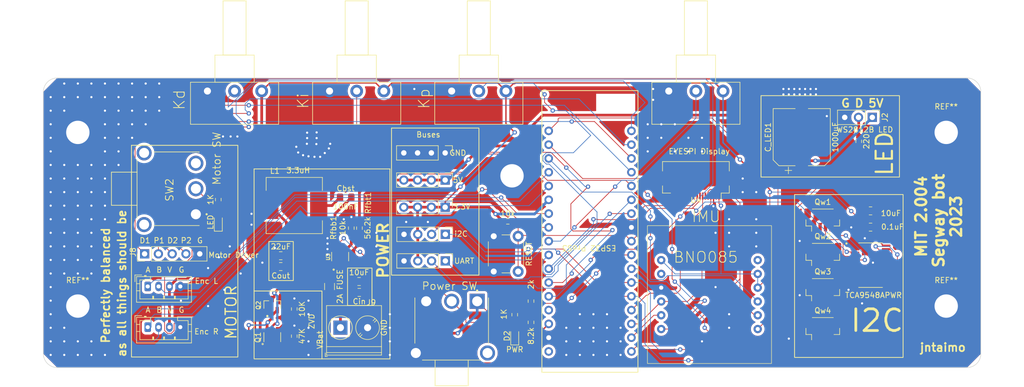
<source format=kicad_pcb>
(kicad_pcb (version 20221018) (generator pcbnew)
  (title_block (title "Segway Bot") (date "2023-07-01") (rev "V1") (company "MIT"))
  (layers (0 "F.Cu" signal) (31 "B.Cu" signal) (34 "B.Paste" user) (35 "F.Paste" user) (36 "B.SilkS" user "B.Silkscreen") (37 "F.SilkS" user "F.Silkscreen") (38 "B.Mask" user) (39 "F.Mask" user) (44 "Edge.Cuts" user))
  (net 0 "")
  (net 1 "+3.3V")
  (net 3 "GND")
  (net 4 "/SCK")
  (net 5 "/MISO")
  (net 6 "/IMU_INT")
  (net 8 "/IMU_RST")
  (net 9 "/MOSI")
  (net 10 "/IMU_CS")
  (net 11 "Net-(U3-SW)")
  (net 12 "Net-(U3-VBST)")
  (net 13 "/VBAT")
  (net 14 "/BUCK_5V")
  (net 15 "/MOTOR_EN")
  (net 16 "Net-(D1-A)")
  (net 17 "Net-(D2-A)")
  (net 18 "/HALL_L_A")
  (net 19 "/HALL_L_B")
  (net 20 "/HALL_R_A")
  (net 21 "/HALL_R_B")
  (net 22 "Net-(J9-Pin_1)")
  (net 23 "Net-(J2-Pin_2)")
  (net 24 "/SCL")
  (net 25 "/SDA")
  (net 26 "/TX")
  (net 27 "/RX")
  (net 28 "/DIR1")
  (net 29 "/PWM1")
  (net 30 "/DIR2")
  (net 31 "/PWM2")
  (net 32 "/A0")
  (net 33 "/A1")
  (net 34 "/A3")
  (net 35 "/A4")
  (net 36 "Net-(Q1-Pad1)")
  (net 37 "Net-(Q1-Pad2)")
  (net 38 "+5V")
  (net 39 "/SD0")
  (net 40 "/SC0")
  (net 41 "/SD1")
  (net 42 "/SC1")
  (net 43 "/SD2")
  (net 44 "/SC2")
  (net 45 "/SD3")
  (net 46 "/SC3")
  (net 47 "Net-(U3-VFB)")
  (net 48 "/WS2812")
  (net 49 "/PWR_EN")
  (net 50 "/RST")
  (net 52 "Net-(U1-3V3)")
  (net 53 "/TFT_CS")
  (net 54 "/BAT_READING")
  (net 55 "/TFT_D{slash}C")
  (footprint "MountingHole:MountingHole_4.3mm_M4_DIN965_Pad" (layer "F.Cu") (at 80 104)
    (fp_text reference "REF**" hide)
    (fp_text value "MountingHole_4.3mm_M4_DIN965_Pad")
  )
  (footprint "LED_SMD:LED_0603_1608Metric_Pad1.05x0.95mm_HandSolder" (layer "F.Cu") (at 105.88 120.5425 90)
    (fp_text reference "LED")
    (fp_text value "MOTOR_LED" hide)
  )
  (footprint "Capacitor_SMD:C_0805_2012Metric_Pad1.18x1.45mm_HandSolder" (layer "F.Cu") (at 117.3875 126.725 180)
    (fp_text reference "Cout2" hide)
    (fp_text value "22uF")
  )
  (footprint "Capacitor_SMD:C_0805_2012Metric_Pad1.18x1.45mm_HandSolder" (layer "F.Cu") (at 226.06 118.455)
    (fp_text reference "10uF")
    (fp_text value "10uF" hide)
  )
  (footprint "Resistor_SMD:R_0603_1608Metric_Pad0.98x0.95mm_HandSolder" (layer "F.Cu") (at 223.88 105.6425 90)
    (fp_text reference "R_LED1" hide)
    (fp_text value "220")
  )
  (footprint "Connector_JST:JST_SH_BM04B-SRSS-TB_1x04-1MP_P1.00mm_Vertical" (layer "F.Cu") (at 217.26 140.13)
    (fp_text reference "Qw4")
    (fp_text value "Qwiic")
  )
  (footprint "Resistor_SMD:R_0603_1608Metric_Pad0.98x0.95mm_HandSolder" (layer "F.Cu") (at 159.225 120.38 180)
    (fp_text reference "R_RESET1" hide)
    (fp_text value "10k")
  )
  (footprint "Capacitor_SMD:C_0805_2012Metric_Pad1.18x1.45mm_HandSolder" (layer "F.Cu") (at 131.8175 131.475 180)
    (fp_text reference "Cin2" hide)
    (fp_text value "10uF")
  )
  (footprint "Adafruit:Pot_breadboard" (layer "F.Cu") (at 158.88 96.38 90)
    (fp_text reference "Kp")
    (fp_text value "10K")
  )
  (footprint "Adafruit:Pot_breadboard" (layer "F.Cu") (at 136.38 96.38 90)
    (fp_text reference "Ki")
    (fp_text value "10K")
  )
  (footprint "Connector_JST:JST_PH_B4B-PH-K_1x04_P2.00mm_Vertical" (layer "F.Cu") (at 92.88 139.88)
    (fp_text reference "E2" hide)
    (fp_text value "Enc R")
  )
  (footprint "Resistor_SMD:R_0603_1608Metric_Pad0.98x0.95mm_HandSolder" (layer "F.Cu") (at 119.88 141.54 90)
    (fp_text reference "R_ZVD_2" hide)
    (fp_text value "47K")
  )
  (footprint "TerminalBlock_Phoenix:TerminalBlock_Phoenix_PT-1,5-2-5.0-H_1x02_P5.00mm_Horizontal" (layer "F.Cu") (at 128.3875 139.975)
    (fp_text reference "J9")
    (fp_text value "Power Input")
  )
  (footprint "Connector_JST:JST_SH_BM04B-SRSS-TB_1x04-1MP_P1.00mm_Vertical" (layer "F.Cu") (at 217.26 126.455)
    (fp_text reference "Qw2")
    (fp_text value "Qwiic")
  )
  (footprint "Connector_PinHeader_2.54mm:PinHeader_1x04_P2.54mm_Vertical" (layer "F.Cu") (at 147.68 112.78 -90)
    (fp_text reference "5V")
    (fp_text value "5V_BUS" hide)
  )
  (footprint "Button_Switch_THT:SW_PUSH_6mm" (layer "F.Cu") (at 161.13 123.13 -90)
    (fp_text reference "RESET")
    (fp_text value "Reset SW")
  )
  (footprint "2.679:SW_500SSP1S1M6QEA" (layer "F.Cu") (at 96.98 114.38 90)
    (fp_text reference "SW2")
    (fp_text value "Motor SW")
  )
  (footprint "Connector_PinHeader_2.54mm:PinHeader_1x04_P2.54mm_Vertical" (layer "F.Cu") (at 147.72 122.78 -90)
    (fp_text reference "i2C")
    (fp_text value "I2C" hide)
  )
  (footprint "footprints:ProS3_TH" (layer "F.Cu") (at 174.36 124.04 180)
    (fp_text reference "ESP32 ProS3")
    (fp_text value "ProS3")
  )
  (footprint "MountingHole:MountingHole_4.3mm_M4_DIN965_Pad" (layer "F.Cu") (at 160 112)
    (fp_text reference "REF**" hide)
    (fp_text value "MountingHole_4.3mm_M4_DIN965_Pad")
  )
  (footprint "Connector_PinHeader_2.54mm:PinHeader_1x03_P2.54mm_Vertical" (layer "F.Cu") (at 226.38 101.23 -90)
    (fp_text reference locked "J2")
    (fp_text value "WS2812B LED")
  )
  (footprint "Adafruit:Pot_breadboard" (layer "F.Cu") (at 198.88 96.38 90)
    (fp_text reference "POT4" hide)
    (fp_text value "10K")
  )
  (footprint "Resistor_SMD:R_0603_1608Metric_Pad0.98x0.95mm_HandSolder" (layer "F.Cu") (at 131.8875 121.6375 -90)
    (fp_text reference "Rfbt1")
    (fp_text value "56.2k")
  )
  (footprint "2.004:SOT95P280X110-6N" (layer "F.Cu") (at 128.3375 126.88 90)
    (fp_text reference "U3")
    (fp_text value "TPS564208DDCT")
  )
  (footprint "LED_SMD:LED_0603_1608Metric_Pad1.05x0.95mm_HandSolder" (layer "F.Cu") (at 160.5 141.5 90)
    (fp_text reference "D2")
    (fp_text value "PWR")
  )
  (footprint "MountingHole:MountingHole_4.3mm_M4_DIN965_Pad" (layer "F.Cu") (at 240 104)
    (fp_text reference "REF**")
    (fp_text value "MountingHole_4.3mm_M4_DIN965_Pad")
  )
  (footprint "Resistor_SMD:R_0603_1608Metric_Pad0.98x0.95mm_HandSolder" (layer "F.Cu") (at 163.5 135.0875 90)
    (fp_text reference "RBAT2" hide)
    (fp_text value "2k")
  )
  (footprint "Connector_PinHeader_2.54mm:PinHeader_1x05_P2.54mm_Vertical" (layer "F.Cu") (at 92.305 126.38 90)
    (fp_text reference "J8")
    (fp_text value "Motor Driver")
  )
  (footprint "Connector_PinHeader_2.54mm:PinHeader_1x04_P2.54mm_Vertical" (layer "F.Cu") (at 147.72 127.68 -90)
    (fp_text reference "UART")
    (fp_text value "UART" hide)
  )
  (footprint "Fuse:Fuse_1206_3216Metric_Pad1.42x1.75mm_HandSolder" (layer "F.Cu") (at 126.38 132.3975 90)
    (fp_text reference "2A FUSE")
    (fp_text value "2A")
  )
  (footprint "footprints:SOT95P285X140-6N" (layer "F.Cu") (at 115.83 141.725 90)
    (fp_text reference "Q1")
    (fp_text value "DMMT5401")
  )
  (footprint "Connector_JST:JST_SH_BM04B-SRSS-TB_1x04-1MP_P1.00mm_Vertical" (layer "F.Cu") (at 217.26 132.955)
    (fp_text reference "Qw3")
    (fp_text value "Qwiic")
  )
  (footprint "Resistor_SMD:R_0603_1608Metric_Pad0.98x0.95mm_HandSolder" (layer "F.Cu") (at 160.5 137.5875 90)
    (fp_text reference "R_PWR1" hide)
    (fp_text value "1K")
  )
  (footprint "Capacitor_SMD:C_0805_2012Metric_Pad1.18x1.45mm_HandSolder" (layer "F.Cu") (at 131.855 133.475 180)
    (fp_text reference "Cin")
    (fp_text value "10uF" hide)
  )
  (footprint "Connector_PinHeader_2.54mm:PinHeader_1x04_P2.54mm_Vertical" (layer "F.Cu") (at 147.68 117.78 -90)
    (fp_text reference "3.3V")
    (fp_text value "3.3V_BUS" hide)
  )
  (footprint "MountingHole:MountingHole_4.3mm_M4_DIN965_Pad" (layer "F.Cu") (at 80 136)
    (fp_text reference "REF**")
    (fp_text value "MountingHole_4.3mm_M4_DIN965_Pad")
  )
  (footprint "Resistor_SMD:R_0603_1608Metric_Pad0.98x0.95mm_HandSolder" (layer "F.Cu") (at 130.3875 121.6375 90)
    (fp_text reference "Rfbb1")
    (fp_text value "10k")
  )
  (footprint "Capacitor_SMD:C_0805_2012Metric_Pad1.18x1.45mm_HandSolder" (layer "F.Cu") (at 129.35 116)
    (fp_text reference "Cbst")
    (fp_text value "100nF")
  )
  (footprint "Adafruit:Adafruit_BNO085" (layer "F.Cu") (at 197.65 122.45)
    (fp_text reference "A1" hide)
    (fp_text value "BNO085")
  )
  (footprint "Resistor_SMD:R_0603_1608Metric_Pad0.98x0.95mm_HandSolder" (layer "F.Cu") (at 105.88 116.38 -90)
    (fp_text reference "R_MOTOR1" hide)
    (fp_text value "1K")
  )
  (footprint "Connector_JST:JST_PH_B4B-PH-K_1x04_P2.00mm_Vertical" (layer "F.Cu") (at 92.88 132.38)
    (fp_text reference "E1" hide)
    (fp_text value "Enc L")
  )
  (footprint "Capacitor_SMD:C_0805_2012Metric_Pad1.18x1.45mm_HandSolder" (layer "F.Cu") (at 226.06 121.455)
    (fp_text reference "C_i2C2" hide)
    (fp_text value "0.1uF")
  )
  (footprint "Inductor_SMD:L_Vishay_IHLP-4040" (layer "F.Cu") (at 119.88 117.475 180)
    (fp_text reference "L1")
    (fp_text value "3.3uH")
  )
  (footprint "Connector_PinHeader_2.54mm:PinHeader_1x04_P2.54mm_Vertical" (layer "F.Cu") (at 147.68 107.78 -90)
    (fp_text reference "GND")
    (fp_text value "GND_BUS" hide)
  )
  (footprint "Capacitor_SMD:C_0805_2012Metric_Pad1.18x1.45mm_HandSolder" (layer "F.Cu") (at 117.3875 128.725 180)
    (fp_text reference "Cout")
    (fp_text value "22uF")
  )
  (footprint "Resistor_SMD:R_0603_1608Metric_Pad0.98x0.95mm_HandSolder" (layer "F.Cu") (at 163.5 139 90)
    (fp_text reference "RBAT1" hide)
    (fp_text value "8.2k")
  )
  (footprint "footprints:SW_500SSP1S1M6QEA" (layer "F.Cu") (at 148.88 139.88 180)
    (fp_text reference "S1" hide)
    (fp_text value "Power SW")
  )
  (footprint "2.004:SOP65P640X120-24N" (layer "F.Cu") (at 226.06 128.455)
    (fp_text reference "U2" hide)
    (fp_text value "TCA9548APWR")
  )
  (footprint "Connector_JST:JST_SH_BM04B-SRSS-TB_1x04-1MP_P1.00mm_Vertical" (layer "F.Cu") (at 217.26 120.13)
    (fp_text reference "Qw1")
    (fp_text value "Qwiic")
  )
  (footprint "Adafruit:Pot_breadboard" (layer "F.Cu") (at 113.88 96.38 90)
    (fp_text reference "Kd")
    (fp_text value "10K")
  )
  (footprint "Resistor_SMD:R_0603_1608Metric_Pad0.98x0.95mm_HandSolder" (layer "F.Cu") (at 119.88 136.54 90)
    (fp_text reference "R_ZVD_1" hide)
    (fp_text value "10K")
  )
  (footprint "MountingHole:MountingHole_4.3mm_M4_DIN965_Pad" (layer "F.Cu") (at 240 136)
    (fp_text reference "REF**")
    (fp_text value "MountingHole_4.3mm_M4_DIN965_Pad")
  )
  (footprint "Connector_FFC-FPC:Hirose_FH12-18S-0.5SH_1x18-1MP_P0.50mm_Horizontal" (layer "F.Cu") (at 193.88 113.88 180)
    (fp_text reference "U4")
    (fp_text value "EYESPI Display")
  )
  (footprint "Capacitor_SMD:CP_Elec_10x7.9" (layer "F.Cu") (at 213.38 104.88 90)
    (fp_text reference "C_LED1")
    (fp_text value "1000uF")
  )
  (footprint "footprints:SOT91P240X110-3N" (layer "F.Cu") (at 115.83 135.725 90)
    (fp_text reference "Q2")
    (fp_text value "DMG2305UX-13")
  )
  (gr_rect (start 165.5 96.3) (end 183.2 148.2) (stroke (width 0.15)) (fill none) (layer "F.SilkS"))
  (gr_rect (start 205.88 97.23) (end 231.38 112.23) (stroke (width 0.15)) (fill none) (layer "F.SilkS"))
  (gr_rect (start 89.88 106.38) (end 109.48 145.38) (stroke (width 0.15)) (fill none) (layer "F.SilkS"))
  (gr_line (start 137.5 110.725) (end 137.5 145.725) (stroke (width 0.15)) (layer "F.SilkS"))
  (gr_rect (start 137.8 103.2) (end 153.9 130.3) (stroke (width 0.15)) (fill none) (layer "F.SilkS"))
  (gr_line (start 112.48 110.725) (end 137.5 110.725) (stroke (width 0.15)) (layer "F.SilkS"))
  (gr_rect (start 112.48 133.225) (end 124.98 145.725) (stroke (width 0.15)) (fill none) (layer "F.SilkS"))
  (gr_rect (start 212.06 115.455) (end 232.06 145.455) (stroke (width 0.15)) (fill none) (layer "F.SilkS"))
  (gr_line (start 112.48 133.225) (end 112.48 110.725) (stroke (width 0.15)) (layer "F.SilkS"))
  (gr_rect (start 115.2 124.1) (end 119.7 131.3) (stroke (width 0.15)) (fill none) (layer "F.SilkS"))
  (gr_line (start 137.5 145.725) (end 124.98 145.725) (stroke (width 0.15)) (layer "F.SilkS"))
  (gr_rect (start 129.7 129) (end 134.2 135.9) (stroke (width 0.15)) (fill none) (layer "F.SilkS"))
  (gr_line (start 73.66 144.78) (end 73.66 96.52) (stroke (width 0.1)) (layer "Edge.Cuts"))
  (gr_arc (start 243.84 93.98) (mid 245.636051 94.723949) (end 246.38 96.52) (stroke (width 0.1)) (layer "Edge.Cuts"))
  (gr_line (start 76.2 93.98) (end 243.84 93.98) (stroke (width 0.1)) (layer "Edge.Cuts"))
  (gr_arc (start 246.38 144.78) (mid 245.636051 146.576051) (end 243.84 147.32) (stroke (width 0.1)) (layer "Edge.Cuts"))
  (gr_arc (start 73.66 96.52) (mid 74.403949 94.723949) (end 76.2 93.98) (stroke (width 0.1)) (layer "Edge.Cuts"))
  (gr_line (start 246.38 96.52) (end 246.38 144.78) (stroke (width 0.1)) (layer "Edge.Cuts"))
  (gr_arc (start 76.2 147.32) (mid 74.403949 146.576051) (end 73.66 144.78) (stroke (width 0.1)) (layer "Edge.Cuts"))
  (gr_line (start 243.84 147.32) (end 76.2 147.32) (stroke (width 0.1)) (layer "Edge.Cuts"))
  (gr_text "Perfectly balanced" (at 86 143 90) (layer "F.SilkS") (effects (font (size 1.5 1.5) (thickness 0.3) bold) (justify left bottom)))
  (gr_text "MIT 2.004\nSegway bot \n2023" (at 243 119.5 90) (layer "F.SilkS") (effects (font (size 2 2) (thickness 0.4375)) (justify bottom)))
  (gr_text "D" (at 223 99.5) (layer "F.SilkS") (effects (font (size 1.5 1.5) (thickness 0.3) bold) (justify left bottom)))
  (gr_text "MOTOR" (at 109.4 142.3 90) (layer "F.SilkS") (effects (font (size 2 2) (thickness 0.25)) (justify left bottom)))
  (gr_text "A" (at 92.4 137.3) (layer "F.SilkS") (effects (font (size 1 1)) (justify left bottom)))
  (gr_text "VBat\n" (at 125.2 144 90) (layer "F.SilkS") (effects (font (size 1 1)) (justify left bottom)))
  (gr_text "G" (at 101.9 124.5) (layer "F.SilkS") (effects (font (size 1 1)) (justify left bottom)))
  (gr_text "G" (at 220.5 99.5) (layer "F.SilkS") (effects (font (size 1.5 1.5) (thickness 0.3) bold) (justify left bottom)))
  (gr_text "Buses" (at 142.3 105) (layer "F.SilkS") (effects (font (size 1 1)) (justify left bottom)))
  (gr_text "GND" (at 137 141.6 90) (layer "F.SilkS") (effects (font (size 1 1)) (justify left bottom)))
  (gr_text "P2" (at 98.9 124.5) (layer "F.SilkS") (effects (font (size 1 1)) (justify left bottom)))
  (gr_text "V" (at 96.5 137.4) (layer "F.SilkS") (effects (font (size 1 1)) (justify left bottom)))
  (gr_text "A" (at 92.4 129.9) (layer "F.SilkS") (effects (font (size 1 1)) (justify left bottom)))
  (gr_text "V" (at 96.4 129.9) (layer "F.SilkS") (effects (font (size 1 1)) (justify left bottom)))
  (gr_text "B" (at 94.4 129.9) (layer "F.SilkS") (effects (font (size 1 1)) (justify left bottom)))
  (gr_text "POWER" (at 137.4 131.1 90) (layer "F.SilkS") (effects (font (size 2 2) (thickness 0.4) bold) (justify left bottom)))
  (gr_text "as all things should be" (at 89 145.5 90) (layer "F.SilkS") (effects (font (size 1.5 1.5) (thickness 0.3) bold) (justify left bottom)))
  (gr_text "jntaimo" (at 235 144.5) (layer "F.SilkS") (effects (font (size 1.5 1.5) (thickness 0.3) bold) (justify left bottom)))
  (gr_text "IMU" (at 193 120.7) (layer "F.SilkS") (effects (font (size 2 2)) (justify left bottom)))
  (gr_text "G" (at 98.5 137.3) (layer "F.SilkS") (effects (font (size 1 1)) (justify left bottom)))
  (gr_text "LED" (at 230.38 112.23 90) (layer "F.SilkS") (effects (font (size 3 3) (thickness 0.4) bold) (justify left bottom)))
  (gr_text "D1" (at 91.3 124.5) (layer "F.SilkS") (effects (font (size 1 1)) (justify left bottom)))
  (gr_text "P1" (at 93.9 124.5) (layer "F.SilkS") (effects (font (size 1 1)) (justify left bottom)))
  (gr_text "G" (at 98.5 129.9) (layer "F.SilkS") (effects (font (size 1 1)) (justify left bottom)))
  (gr_text "ZVD" (at 123.68 140.325 90) (layer "F.SilkS") (effects (font (size 1 1)) (justify left bottom)))
  (gr_text "I2C \n\n" (at 222.06 147.455) (layer "F.SilkS") (effects (font (size 4 4) (thickness 0.5)) (justify left bottom)))
  (gr_text "D2" (at 96.4 124.5) (layer "F.SilkS") (effects (font (size 1 1)) (justify left bottom)))
  (gr_text "B" (at 94.4 137.3) (layer "F.SilkS") (effects (font (size 1 1)) (justify left bottom)))
  (gr_text "5V" (at 225.5 99.5) (layer "F.SilkS") (effects (font (size 1.5 1.5) (thickness 0.3) bold) (justify left bottom)))
  (segment (start 223.5 119.5) (end 223.51125 119.48875) (width 0.127) (layer "F.Cu") (net 1))
  (segment (start 157.385 94.885) (end 158.88 96.38) (width 0.25) (layer "F.Cu") (net 1))
  (segment (start 205.27 132.61) (end 207.38 130.5) (width 0.127) (layer "F.Cu") (net 1))
  (segment (start 142.64 122.78) (end 142.64 127.68) (width 0.5) (layer "F.Cu") (net 1))
  (segment (start 137.875 94.885) (end 157.385 94.885) (width 0.25) (layer "F.Cu") (net 1))
  (segment (start 216.76 134.28) (end 216.76 141.455) (width 0.2) (layer "F.Cu") (net 1))
  (segment (start 217.673604 120.13) (end 223.3475 120.13) (width 0.2) (layer "F.Cu") (net 1))
  (segment (start 198.13 115.73) (end 198.13 117.13) (width 0.127) (layer "F.Cu") (net 1))
  (segment (start 223.3475 120.13) (end 223.98875 119.48875) (width 0.2) (layer "F.Cu") (net 1))
  (segment (start 140.06 117.78) (end 142.6 117.78) (width 0.5) (layer "F.Cu") (net 1))
  (segment (start 134.885 94.885) (end 136.38 96.38) (width 0.25) (layer "F.Cu") (net 1))
  (segment (start 207.38 130.5) (end 207.5 130.5) (width 0.127) (layer "F.Cu") (net 1))
  (segment (start 113.88 107.4675) (end 113.88 96.38) (width 0.5) (layer "F.Cu") (net 1))
  (segment (start 158.88 96.38) (end 158.88 102.38) (width 0.25) (layer "F.Cu") (net 1))
  (segment (start 225.0225 121.455) (end 228.4475 124.88) (width 0.2) (layer "F.Cu") (net 1))
  (segment (start 96.88 132.38) (end 98.205 131.055) (width 0.5) (layer "F.Cu") (net 1))
  (segment (start 155.7125 117.78) (end 147.68 117.78) (width 0.5) (layer "F.Cu") (net 1))
  (segment (start 197.385 94.885) (end 198.88 96.38) (width 0.25) (layer "F.Cu") (net 1))
  (segment (start 158.3125 120.38) (end 156.96625 119.03375) (width 0.5) (layer "F.Cu") (net 1))
  (segment (start 160.5 95) (end 160.615 94.885) (width 0.25) (layer "F.Cu") (net 1))
  (segment (start 98.205 131.055) (end 100.085 131.055) (width 0.5) (layer "F.Cu") (net 1))
  (segment (start 156.96625 119.03375) (end 155.7125 117.78) (width 0.5) (layer "F.Cu") (net 1))
  (segment (start 160.615 94.885) (end 197.385 94.885) (width 0.25) (layer "F.Cu") (net 1))
  (segment (start 216.76 121.455) (end 216.76 127.78) (width 0.2) (layer "F.Cu") (net 1))
  (segment (start 216.76 121.043604) (end 217.673604 120.13) (width 0.2) (layer "F.Cu") (net 1))
  (segment (start 115.375 94.885) (end 134.885 94.885) (width 0.25) (layer "F.Cu") (net 1))
  (segment (start 109.22 112.1275) (end 109.40375 111.94375) (width 0.5) (layer "F.Cu") (net 1))
  (segment (start 109.40375 111.94375) (end 113.88 107.4675) (width 0.5) (layer "F.Cu") (net 1))
  (segment (start 113.88 96.38) (end 115.375 94.885) (width 0.25) (layer "F.Cu") (net 1))
  (segment (start 216.76 127.78) (end 216.76 134.28) (width 0.2) (layer "F.Cu") (net 1))
  (segment (start 100.085 131.055) (end 109.22 121.92) (width 0.5) (layer "F.Cu") (net 1))
  (segment (start 96.88 132.38) (end 96.88 139.88) (width 0.5) (layer "F.Cu") (net 1))
  (segment (start 142.6 117.78) (end 145.14 117.78) (width 0.5) (layer "F.Cu") (net 1))
  (segment (start 222.5 118.5) (end 223.5 119.5) (width 0.127) (layer "F.Cu") (net 1))
  (segment (start 198.13 117.13) (end 198.5 117.5) (width 0.127) (layer "F.Cu") (net 1))
  (segment (start 150.5 114) (end 147.68 116.82) (width 0.25) (layer "F.Cu") (net 1))
  (segment (start 216.76 121.455) (end 216.76 121.043604) (width 0.2) (layer "F.Cu") (net 1))
  (segment (start 223.5 119.5) (end 223.5 120) (width 0.127) (layer "F.Cu") (net 1))
  (segment (start 207.5 114.5) (end 207.5 115) (width 0.25) (layer "F.Cu") (net 1))
  (segment (start 223.51125 119.48875) (end 223.98875 119.48875) (width 0.127) (layer "F.Cu") (net 1))
  (segment (start 142.6 117.78) (end 142.6 122.74) (width 0.5) (layer "F.Cu") (net 1))
  (segment (start 145.14 117.78) (end 147.68 117.78) (width 0.5) (layer "F.Cu") (net 1))
  (segment (start 147.68 116.82) (end 147.68 117.78) (width 0.25) (layer "F.Cu") (net 1))
  (segment (start 202 109) (end 207.5 114.5) (width 0.25) (layer "F.Cu") (net 1))
  (segment (start 158.88 102.38) (end 160.5 104) (width 0.25) (layer "F.Cu") (net 1))
  (segment (start 207.5 130.5) (end 207.5 115) (width 0.127) (layer "F.Cu") (net 1))
  (segment (start 223.98875 119.48875) (end 225.0225 118.455) (width 0.2) (layer "F.Cu") (net 1))
  (segment (start 109.22 121.92) (end 109.22 112.1275) (width 0.5) (layer "F.Cu") (net 1))
  (segment (start 136.38 96.38) (end 137.875 94.885) (width 0.25) (layer "F.Cu") (net 1))
  (segment (start 160.26 95) (end 160.5 95) (width 0.25) (layer "F.Cu") (net 1))
  (segment (start 158.88 96.38) (end 160.26 95) (width 0.25) (layer "F.Cu") (net 1))
  (segment (start 105.88 115.4675) (end 109.40375 111.94375) (width 0.5) (layer "F.Cu") (net 1))
  (segment (start 142.6 122.74) (end 142.64 122.78) (width 0.5) (layer "F.Cu") (net 1))
  (segment (start 228.4475 124.88) (end 228.93 124.88) (width 0.2) (layer "F.Cu") (net 1))
  (segment (start 225.0225 121.455) (end 225.0225 118.455) (width 0.2) (layer "F.Cu") (net 1))
  (via (at 198.5 117.5) (size 0.8) (drill 0.4) (layers "F.Cu" "B.Cu") (net 1))
  (via (at 156.96625 119.03375) (size 0.8) (drill 0.4) (layers "F.Cu" "B.Cu") (net 1))
  (via (at 222.5 118.5) (size 0.8) (drill 0.4) (layers "F.Cu" "B.Cu") (net 1))
  (via (at 202 109) (size 0.8) (drill 0.4) (layers "F.Cu" "B.Cu") (net 1))
  (via (at 207.5 115) (size 0.8) (drill 0.4) (layers "F.Cu" "B.Cu") (net 1))
  (via (at 150.5 114) (size 0.8) (drill 0.4) (layers "F.Cu" "B.Cu") (net 1))
  (via (at 160.5 104) (size 0.8) (drill 0.4) (layers "F.Cu" "B.Cu") (net 1))
  (segment (start 205.27 132.61) (end 205.27 130.07) (width 0.127) (layer "B.Cu") (net 1))
  (segment (start 207.5 115) (end 219 115) (width 0.127) (layer "B.Cu") (net 1))
  (segment (start 160.5 104) (end 150.5 114) (width 0.25) (layer "B.Cu") (net 1))
  (segment (start 205.27 130.07) (end 190.03 130.07) (width 0.127) (layer "B.Cu") (net 1))
  (segment (start 190.03 130.07) (end 187.49 127.53) (width 0.127) (layer "B.Cu") (net 1))
  (segment (start 198.5 130) (end 198.5 130.07) (width 0.127) (layer "B.Cu") (net 1))
  (segment (start 219 115) (end 222.5 118.5) (width 0.127) (layer "B.Cu") (net 1))
  (segment (start 198.88 96.38) (end 198.88 105.88) (width 0.25) (layer "B.Cu") (net 1))
  (segment (start 164.14625 119.03375) (end 156.96625 119.03375) (width 0.5) (layer "B.Cu") (net 1))
  (segment (start 166.76 116.42) (end 164.14625 119.03375) (width 0.5) (layer "B.Cu") (net 1))
  (segment (start 198.88 105.88) (end 202 109) (width 0.25) (layer "B.Cu") (net 1))
  (segment (start 198.5 117.5) (end 198.5 130) (width 0.127) (layer "B.Cu") (net 1))
  (segment (start 163.5 134.175) (end 163.325 134) (width 0.127) (layer "F.Cu") (net 3))
  (segment (start 227.0975 118.455) (end 227.0975 121.455) (width 0.2) (layer "F.Cu") (net 3))
  (segment (start 223.31 125) (end 223.19 124.88) (width 0.127) (layer "F.Cu") (net 3))
  (segment (start 130.68 133.4375) (end 130.7175 133.475) (width 0.5) (layer "F.Cu") (net 3))
  (segment (start 197.13 117.57) (end 197.1 117.6) (width 0.25) (layer "F.Cu") (net 3))
  (segment (start 116.35 126.725) (end 116.35 125.35) (width 0.5) (layer "F.Cu") (net 3))
  (segment (start 130.3875 119.6125) (end 130.4 119.6) (width 0.5) (layer "F.Cu") (net 3))
  (segment (start 119.88 140.6275) (end 119.88 139.62) (width 0.5) (layer "F.Cu") (net 3))
  (segment (start 227.17 126.83) (end 227 127) (width 0.25) (layer "F.Cu") (net 3))
  (segment (start 222.22 133) (end 222 133) (width 0.127) (layer "F.Cu") (net 3))
  (segment (start 119.88 135.6275) (end 119.88 134.62) (width 0.5) (layer "F.Cu") (net 3))
  (segment (start 223.6725 124.88) (end 223.19 124.88) (width 0.127) (layer "F.Cu") (net 3))
  (segment (start 215.76 134.28) (end 215.76 141.455) (width 0.2) (layer "F.Cu") (net 3))
  (segment (start 228.93 126.83) (end 227.17 126.83) (width 0.25) (layer "F.Cu") (net 3))
  (segment (start 119.88 134.62) (end 119.9 134.6) (width 0.4) (layer "F.Cu") (net 3))
  (segment (start 116.35 126.725) (end 116.35 128.725) (width 0.5) (layer "F.Cu") (net 3))
  (segment (start 215.76 121.455) (end 215.76 121.043604) (width 0.2) (layer "F.Cu") (net 3))
  (segment (start 223.19 132.03) (end 222.22 133) (width 0.127) (layer "F.Cu") (net 3))
  (segment (start 213.38 100.53) (end 214.08 101.23) (width 0.5) (layer "F.Cu") (net 3))
  (segment (start 223.19 124.88) (end 223.19 125.53) (width 0.127) (layer "F.Cu") (net 3))
  (segment (start 130.3875 120.725) (end 130.3875 119.6125) (width 0.5) (layer "F.Cu") (net 3))
  (segment (start 197.13 115.73) (end 197.13 117.57) (width 0.25) (layer "F.Cu") (net 3))
  (segment (start 116.35 125.35) (end 116.3 125.3) (width 0.4) (layer "F.Cu") (net 3))
  (segment (start 119.88 139.62) (end 119.9 139.6) (width 0.4) (layer "F.Cu") (net 3))
  (segment (start 227.0975 117.8775) (end 227.0975 118.455) (width 0.2) (layer "F.Cu") (net 3))
  (via (at 126.25 106.95) (size 0.8) (drill 0.4) (layers "F.Cu" "B.Cu") (net 3))
  (via (at 95 95) (size 0.8) (drill 0.4) (layers "F.Cu" "B.Cu") (net 3))
  (via (at 175 142.5) (size 0.8) (drill 0.4) (layers "F.Cu" "B.Cu") (net 3))
  (via (at 77.5 120) (size 0.8) (drill 0.4) (layers "F.Cu" "B.Cu") (net 3))
  (via (at 177.5 145) (size 0.8) (drill 0.4) (layers "F.Cu" "B.Cu") (net 3))
  (via (at 187.5 105) (size 0.8) (drill 0.4) (layers "F.Cu" "B.Cu") (net 3))
  (via (at 75 112.5) (size 0.8) (drill 0.4) (layers "F.Cu" "B.Cu") (net 3))
  (via (at 216 96) (size 0.8) (drill 0.4) (layers "F.Cu" "B.Cu") (net 3))
  (via (at 126 125.5) (size 0.8) (drill 0.4) (layers "F.Cu" "B.Cu") (net 3))
  (via (at 80 110) (size 0.8) (drill 0.4) (layers "F.Cu" "B.Cu") (net 3))
  (via (at 82.5 122.5) (size 0.8) (drill 0.4) (layers "F.Cu" "B.Cu") (net 3))
  (via (at 119.9 134.6) (size 0.8) (drill 0.4) (layers "F.Cu" "B.Cu") (net 3))
  (via (at 210 96) (size 0.8) (drill 0.4) (layers "F.Cu" "B.Cu") (net 3))
  (via (at 122.5 135) (size 0.8) (drill 0.4) (layers "F.Cu" "B.Cu") (net 3))
  (via (at 200 125) (size 0.8) (drill 0.4) (layers "F.Cu" "B.Cu") (net 3))
  (via (at 177.5 137.5) (size 0.8) (drill 0.4) (layers "F.Cu" "B.Cu") (net 3))
  (via (at 197.1 117.6) (size 0.8) (drill 0.4) (layers "F.Cu" "B.Cu") (net 3))
  (via (at 80 142.5) (size 0.8) (drill 0.4) (layers "F.Cu" "B.Cu") (net 3))
  (via (at 92.5 100) (size 0.8) (drill 0.4) (layers "F.Cu" "B.Cu") (net 3))
  (via (at 170 145) (size 0.8) (drill 0.4) (layers "F.Cu" "B.Cu") (net 3))
  (via (at 85 105) (size 0.8) (drill 0.4) (layers "F.Cu" "B.Cu") (net 3))
  (via (at 197.5 132.5) (size 0.8) (drill 0.4) (layers "F.Cu" "B.Cu") (net 3))
  (via (at 75 107.5) (size 0.8) (drill 0.4) (layers "F.Cu" "B.Cu") (net 3))
  (via (at 190 107.5) (size 0.8) (drill 0.4) (layers "F.Cu" "B.Cu") (net 3))
  (via (at 215 96) (size 0.8) (drill 0.4) (layers "F.Cu" "B.Cu") (net 3))
  (via (at 77.5 127.5) (size 0.8) (drill 0.4) (layers "F.Cu" "B.Cu") (net 3))
  (via (at 119.9 139.6) (size 0.8) (drill 0.4) (layers "F.Cu" "B.Cu") (net 3))
  (via (at 126 126.5) (size 0.8) (drill 0.4) (layers "F.Cu" "B.Cu") (net 3))
  (via (at 80 145) (size 0.8) (drill 0.4) (layers "F.Cu" "B.Cu") (net 3))
  (via (at 80 130) (size 0.8) (drill 0.4) (layers "F.Cu" "B.Cu") (net 3))
  (via (at 87.5 95) (size 0.8) (drill 0.4) (layers "F.Cu" "B.Cu") (net 3))
  (via (at 123.95 106.15) (size 0.8) (drill 0.4) (layers "F.Cu" "B.Cu") (net 3))
  (via (at 92.5 95) (size 0.8) (drill 0.4) (layers "F.Cu" "B.Cu") (net 3))
  (via (at 82.5 97.5) (size 0.8) (drill 0.4) (layers "F.Cu" "B.Cu") (net 3))
  (via (at 205 125) (size 0.8) (drill 0.4) (layers "F.Cu" "B.Cu") (net 3))
  (via (at 92.5 97.5) (size 0.8) (drill 0.4) (layers "F.Cu" "B.Cu") (net 3))
  (via (at 170 142.5) (size 0.8) (drill 0.4) (layers "F.Cu" "B.Cu") (net 3))
  (via (at 75 110) (size 0.8) (drill 0.4) (layers "F.Cu" "B.Cu") (net 3))
  (via (at 172.5 142.5) (size 0.8) (drill 0.4) (layers "F.Cu" "B.Cu") (net 3))
  (via (at 82.5 120) (size 0.8) (drill 0.4) (layers "F.Cu" "B.Cu") (net 3))
  (via (at 85 117.5) (size 0.8) (drill 0.4) (layers "F.Cu" "B.Cu") (net 3))
  (via (at 186 96) (size 0.8) (drill 0.4) (layers "F.Cu" "B.Cu") (net 3))
  (via (at 192.5 107.5) (size 0.8) (drill 0.4) (layers "F.Cu" "B.Cu") (net 3))
  (via (at 200 137.5) (size 0.8) (drill 0.4) (layers "F.Cu" "B.Cu") (net 3))
  (via (at 213 134) (size 0.8) (drill 0.4) (layers "F.Cu" "B.Cu") (net 3))
  (via (at 90 102.5) (size 0.8) (drill 0.4) (layers "F.Cu" "B.Cu") (net 3))
  (via (at 205 122.5) (size 0.8) (drill 0.4) (layers "F.Cu" "B.Cu") (net 3))
  (via (at 77.5 122.5) (size 0.8) (drill 0.4) (layers "F.Cu" "B.Cu") (net 3))
  (via (at 200 120) (size 0.8) (drill 0.4) (layers "F.Cu" "B.Cu") (net 3))
  (via (at 75 115) (size 0.8) (drill 0.4) (layers "F.Cu" "B.Cu") (net 3))
  (via (at 120.25 106.65) (size 0.8) (drill 0.4) (layers "F.Cu" "B.Cu") (net 3))
  (via (at 80 122.5) (size 0.8) (drill 0.4) (layers "F.Cu" "B.Cu") (net 3))
  (via (at 200 140) (size 0.8) (drill 0.4) (layers "F.Cu" "B.Cu") (net 3))
  (via (at 90 97.5) (size 0.8) (drill 0.4) (layers "F.Cu" "B.Cu") (net 3))
  (via (at 126 124.5) (size 0.8) (drill 0.4) (layers "F.Cu" "B.Cu") (net 3))
  (via (at 121.5 108.2) (size 0.8) (drill 0.4) (layers "F.Cu" "B.Cu") (net 3))
  (via (at 124 104) (size 0.8) (drill 0.4) (layers "F.Cu" "B.Cu") (net 3))
  (via (at 190 102.5) (size 0.8) (drill 0.4) (layers "F.Cu" "B.Cu") (net 3))
  (via (at 75 117.5) (size 0.8) (drill 0.4) (layers "F.Cu" "B.Cu") (net 3))
  (via (at 75 132.5) (size 0.8) (drill 0.4) (layers "F.Cu" "B.Cu") (net 3))
  (via (at 80 115) (size 0.8) (drill 0.4) (layers "F.Cu" "B.Cu") (net 3))
  (via (at 200 122.5) (size 0.8) (drill 0.4) (layers "F.Cu" "B.Cu") (net 3))
  (via (at 175 137.5) (size 0.8) (drill 0.4) (layers "F.Cu" "B.Cu") (net 3))
  (via (at 85 100) (size 0.8) (drill 0.4) (layers "F.Cu" "B.Cu") (net 3))
  (via (at 75 100) (size 0.8) (drill 0.4) (layers "F.Cu" "B.Cu") (net 3))
  (via (at 126 123.5) (size 0.8) (drill 0.4) (layers "F.Cu" "B.Cu") (net 3))
  (via (at 82.5 95) (size 0.8) (drill 0.4) (layers "F.Cu" "B.Cu") (net 3))
  (via (at 80 117.5) (size 0.8) (drill 0.4) (layers "F.Cu" "B.Cu") (net 3))
  (via (at 177.5 140) (size 0.8) (drill 0.4) (layers "F.Cu" "B.Cu") (net 3))
  (via (at 195 107.5) (size 0.8) (drill 0.4) (layers "F.Cu" "B.Cu") (net 3))
  (via (at 202.5 115) (size 0.8) (drill 0.4) (layers "F.Cu" "B.Cu") (net 3))
  (via (at 195 105) (size 0.8) (drill 0.4) (layers "F.Cu" "B.Cu") (net 3))
  (via (at 77.5 115) (size 0.8) (drill 0.4) (layers "F.Cu" "B.Cu") (net 3))
  (via (at 75 105) (size 0.8) (drill 0.4) (layers "F.Cu" "B.Cu") (net 3))
  (via (at 137.5 137.5) (size 0.8) (drill 0.4) (layers "F.Cu" "B.Cu") (net 3))
  (via (at 187.5 102.5) (size 0.8) (drill 0.4) (layers "F.Cu" "B.Cu") (net 3))
  (via (at 213 96) (size 0.8) (drill 0.4) (layers "F.Cu" "B.Cu") (net 3))
  (via (at 195 142.5) (size 0.8) (drill 0.4) (layers "F.Cu" "B.Cu") (net 3))
  (via (at 211 142) (size 0.8) (drill 0.4) (layers "F.Cu" "B.Cu") (net 3))
  (via (at 77.5 145) (size 0.8) (drill 0.4) (layers "F.Cu" "B.Cu") (net 3))
  (via (at 85 145) (size 0.8) (drill 0.4) (layers "F.Cu" "B.Cu") (net 3))
  (via (at 109.4 104.75) (size 0.8) (drill 0.4) (layers "F.Cu" "B.Cu") (net 3))
  (via (at 123.6 108.5) (size 0.8) (drill 0.4) (layers "F.Cu" "B.Cu") (net 3))
  (via (at 142 96) (size 0.8) (drill 0.4) (layers "F.Cu" "B.Cu") (net 3))
  (via (at 90 100) (size 0.8) (drill 0.4) (layers "F.Cu" "B.Cu") (net 3))
  (via (at 205 115) (size 0.8) (drill 0.4) (layers "F.Cu" "B.Cu") (net 3))
  (via (at 106.75 104.75) (size 0.8) (drill 0.4) (layers "F.Cu" "B.Cu") (net 3))
  (via (at 213 124) (size 0.8) (drill 0.4) (layers "F.Cu" "B.Cu") (net 3))
  (via (at 172.5 140) (size 0.8) (drill 0.4) (layers "F.Cu" "B.Cu") (net 3))
  (via (at 82.5 127.5) (size 0.8) (drill 0.4) (layers "F.Cu" "B.Cu") (net 3))
  (via (at 77.5 97.5) (size 0.8) (drill 0.4) (layers "F.Cu" "B.Cu") (net 3))
  (via (at 222.5 121.5) (size 0.8) (drill 0.4) (layers "F.Cu" "B.Cu") (net 3))
  (via (at 82.5 142.5) (size 0.8) (drill 0.4) (layers "F.Cu" "B.Cu") (net 3))
  (via (at 80 112.5) (size 0.8) (drill 0.4) (layers "F.Cu" "B.Cu") (net 3))
  (via (at 75 142.5) (size 0.8) (drill 0.4) (layers "F.Cu" "B.Cu") (net 3))
  (via (at 75 135) (size 0.8) (drill 0.4) (layers "F.Cu" "B.Cu") (net 3))
  (via (at 77.5 140) (size 0.8) (drill 0.4) (layers "F.Cu" "B.Cu") (net 3))
  (via (at 197.5 122.5) (size 0.8) (drill 0.4) (layers "F.Cu" "B.Cu") (net 3))
  (via (at 82.5 112.5) (size 0.8) (drill 0.4) (layers "F.Cu" "B.Cu") (net 3))
  (via (at 192.5 105) (size 0.8) (drill 0.4) (layers "F.Cu" "B.Cu") (net 3))
  (via (at 186 98) (size 0.8) (drill 0.4) (layers "F.Cu" "B.Cu") (net 3))
  (via (at 225 123.5) (size 0.8) (drill 0.4) (layers "F.Cu" "B.Cu") (net 3))
  (via (at 129 120) (size 0.8) (drill 0.4) (layers "F.Cu" "B.Cu") (net 3))
  (via (at 95 100) (size 0.8) (drill 0.4) (layers "F.Cu" "B.Cu") (net 3))
  (via (at 108 125) (size 0.8) (drill 0.4) (layers "F.Cu" "B.Cu") (net 3))
  (via (at 82.5 125) (size 0.8) (drill 0.4) (layers "F.Cu" "B.Cu") (net 3))
  (via (at 75 102.5) (size 0.8) (drill 0.4) (layers "F.Cu" "B.Cu") (net 3))
  (via (at 222 133) (size 0.8) (drill 0.4) (layers "F.Cu" "B.Cu") (net 3))
  (via (at 85 95) (size 0.8) (drill 0.4) (layers "F.Cu" "B.Cu") (net 3))
  (via (at 211 96) (size 0.8) (drill 0.4) (layers "F.Cu" "B.Cu") (net 3))
  (via (at 75 137.5) (size 0.8) (drill 0.4) (layers "F.Cu" "B.Cu") (net 3))
  (via (at 122.25 105.05) (size 0.8) (drill 0.4) (layers "F.Cu" "B.Cu") (net 3))
  (via (at 214 97) (size 0.8) (drill 0.4) (layers "F.Cu" "B.Cu") (net 3))
  (via (at 80 125) (size 0.8) (drill 0.4) (layers "F.Cu" "B.Cu") (net 3))
  (via (at 99 135) (size 0.8) (drill 0.4) (layers "F.Cu" "B.Cu") (net 3))
  (via (at 75 97.5) (size 0.8) (drill 0.4) (layers "F.Cu" "B.Cu") (net 3))
  (via (at 82.5 110) (size 0.8) (drill 0.4) (layers "F.Cu" "B.Cu") (net 3))
  (via (at 185 107.5) (size 0.8) (drill 0.4) (layers "F.Cu" "B.Cu") (net 3))
  (via (at 212 97) (size 0.8) (drill 0.4) (layers "F.Cu" "B.Cu") (net 3))
  (via (at 126.5 106.1) (size 0.8) (drill 0.4) (layers "F.Cu" "B.Cu") (net 3))
  (via (at 82.5 117.5) (size 0.8) (drill 0.4) (layers "F.Cu" "B.Cu") (net 3))
  (via (at 85 112.5) (size 0.8) (drill 0.4) (layers "F.Cu" "B.Cu") (net 3))
  (via (at 116.3 125.3) (size 0.8) (drill 0.4) (layers "F.Cu" "B.Cu") (net 3))
  (via (at 82.5 115) (size 0.8) (drill 0.4) (layers "F.Cu" "B.Cu") (net 3))
  (via (at 210 97) (size 0.8) (drill 0.4) (layers "F.Cu" "B.Cu") (net 3))
  (via (at 75 120) (size 0.8) (drill 0.4) (layers "F.Cu" "B.Cu") (net 3))
  (via (at 75 130) (size 0.8) (drill 0.4) (layers "F.Cu" "B.Cu") (net 3))
  (via (at 77.5 112.5) (size 0.8) (drill 0.4) (layers "F.Cu" "B.Cu") (net 3))
  (via (at 112 121) (size 0.8) (drill 0.4) (layers "F.Cu" "B.Cu") (net 3))
  (via (at 135 125) (size 0.8) (drill 0.4) (layers "F.Cu" "B.Cu") (net 3))
  (via (at 137.5 142.5) (size 0.8) (drill 0.4) (layers "F.Cu" "B.Cu") (net 3))
  (via (at 185 105) (size 0.8) (drill 0.4) (layers "F.Cu" "B.Cu") (net 3))
  (via (at 90 95) (size 0.8) (drill 0.4) (layers "F.Cu" "B.Cu") (net 3))
  (via (at 175 145) (size 0.8) (drill 0.4) (layers "F.Cu" "B.Cu") (net 3))
  (via (at 224.5 135.5) (size 0.8) (drill 0.4) (layers "F.Cu" "B.Cu") (net 3))
  (via (at 140.5 120.5) (size 0.8) (drill 0.4) (layers "F.Cu" "B.Cu") (net 3))
  (via (at 185 102.5) (size 0.8) (drill 0.4) (layers "F.Cu" "B.Cu") (net 3))
  (via (at 80 97.5) (size 0.8) (drill 0.4) (layers "F.Cu" "B.Cu") (net 3))
  (via (at 122.5 142.5) (size 0.8) (drill 0.4) (layers "F.Cu" "B.Cu") (net 3))
  (via (at 107 133) (size 0.8) (drill 0.4) (layers "F.Cu" "B.Cu") (net 3))
  (via (at 130.4 119.6) (size 0.8) (drill 0.4) (layers "F.Cu" "B.Cu") (net 3))
  (via (at 85 102.5) (size 0.8) (drill 0.4) (layers "F.Cu" "B.Cu") (net 3))
  (via (at 110 130) (size 0.8) (drill 0.4) (layers "F.Cu" "B.Cu") (net 3))
  (via (at 124.65 108.5) (size 0.8) (drill 0.4) (layers "F.Cu" "B.Cu") (net 3))
  (via (at 92.5 102.5) (size 0.8) (drill 0.4) (layers "F.Cu" "B.Cu") (net 3))
  (via (at 108.15 104.75) (size 0.8) (drill 0.4) (layers "F.Cu" "B.Cu") (net 3))
  (via (at 202.5 112.5) (size 0.8) (drill 0.4) (layers "F.Cu" "B.Cu") (net 3))
  (via (at 80 95) (size 0.8) (drill 0.4) (layers "F.Cu" "B.Cu") (net 3))
  (via (at 77.5 130) (size 0.8) (drill 0.4) (layers "F.Cu" "B.Cu") (net 3))
  (via (at 77.5 110) (size 0.8) (drill 0.4) (layers "F.Cu" "B.Cu") (net 3))
  (via (at 77.5 117.5) (size 0.8) (drill 0.4) (layers "F.Cu" "B.Cu") (net 3))
  (via (at 90 105) (size 0.8) (drill 0.4) (layers "F.Cu" "B.Cu") (net 3))
  (via (at 211 97) (size 0.8) (drill 0.4) (layers "F.Cu" "B.Cu") (net 3))
  (via (at 218 101) (size 0.8) (drill 0.4) (layers "F.Cu" "B.Cu") (net 3))
  (via (at 75 122.5) (size 0.8) (drill 0.4) (layers "F.Cu" "B.Cu") (net 3))
  (via (at 82.5 145) (size 0.8) (drill 0.4) (layers "F.Cu" "B.Cu") (net 3))
  (via (at 85 107.5) (size 0.8) (drill 0.4) (layers "F.Cu" "B.Cu") (net 3))
  (via (at 226.5 128) (size 0.8) (drill 0.4) (layers "F.Cu" "B.Cu") (net 3))
  (via (at 205 120) (size 0.8) (drill 0.4) (layers "F.Cu" "B.Cu") (net 3))
  (via (at 77.5 125) (size 0.8) (drill 0.4) (layers "F.Cu" "B.Cu") (net 3))
  (via (at 87.5 97.5) (size 0.8) (drill 0.4) (layers "F.Cu" "B.Cu") (net 3))
  (via (at 122.5 145) (size 0.8) (drill 0.4) (layers "F.Cu" "B.Cu") (net 3))
  (via (at 104 136) (size 0.8) (drill 0.4) (layers "F.Cu" "B.Cu") (net 3))
  (via (at 135 122.5) (size 0.8) (drill 0.4) (layers "F.Cu" "B.Cu") (net 3))
  (via (at 172.5 145) (size 0.8) (drill 0.4) (layers "F.Cu" "B.Cu") (net 3))
  (via (at 122.25 104.05) (size 0.8) (drill 0.4) (layers "F.Cu" "B.Cu") (net 3))
  (via (at 77.5 142.5) (size 0.8) (drill 0.4) (layers "F.Cu" "B.Cu") (net 3))
  (via (at 137.5 140) (size 0.8) (drill 0.4) (layers "F.Cu" "B.Cu") (net 3))
  (via (at 122.5 108.4) (size 0.8) (drill 0.4) (layers "F.Cu" "B.Cu") (net 3))
  (via (at 177.5 142.5) (size 0.8) (drill 0.4) (layers "F.Cu" "B.Cu") (net 3))
  (via (at 124 105.05) (size 0.8) (drill 0.4) (layers "F.Cu" "B.Cu") (net 3))
  (via (at 85 110) (size 0.8) (drill 0.4) (layers "F.Cu" "B.Cu") (net 3))
  (via (at 87.5 100) (size 0.8) (drill 0.4) (layers "F.Cu" "B.Cu") (net 3))
  (via (at 80 127.5) (size 0.8) (drill 0.4) (layers "F.Cu" "B.Cu") (net 3))
  (via (at 87.5 110) (size 0.8) (drill 0.4) (layers "F.Cu" "B.Cu") (net 3))
  (via (at 120.6 107.7) (size 0.8) (drill 0.4) (layers "F.Cu" "B.Cu") (net 3))
  (via (at 82.5 130) (size 0.8) (drill 0.4) (layers "F.Cu" "B.Cu") (net 3))
  (via (at 144.5 120.5) (size 0.8) (drill 0.4) (layers "F.Cu" "B.Cu") (net 3))
  (via (at 175 140) (size 0.8) (drill 0.4) (layers "F.Cu" "B.Cu") (net 3))
  (via (at 104 129) (size 0.8) (drill 0.4) (layers "F.Cu" "B.Cu") (net 3))
  (via (at 180 142.5) (size 0.8) (drill 0.4) (layers "F.Cu" "B.Cu") (net 3))
  (via (at 125.5 107.8) (size 0.8) (drill 0.4) (layers "F.Cu" "B.Cu") (net 3))
  (via (at 75 140) (size 0.8) (drill 0.4) (layers "F.Cu" "B.Cu") (net 3))
  (via (at 85 120) (size 0.8) (drill 0.4) (layers "F.Cu" "B.Cu") (net 3))
  (via (at 216 97) (size 0.8) (drill 0.4) (layers "F.Cu" "B.Cu") (net 3))
  (via (at 85 115) (size 0.8) (drill 0.4) (layers "F.Cu" "B.Cu") (net 3))
  (via (at 87.5 105) (size 0.8) (drill 0.4) (layers "F.Cu" "B.Cu") (net 3))
  (via (at 112 119) (size 0.8) (drill 0.4) (layers "F.Cu" "B.Cu") (net 3))
  (via (at 122.5 137.5) (size 0.8) (drill 0.4) (layers "F.Cu" "B.Cu") (net 3))
  (via (at 77.5 95) (size 0.8) (drill 0.4) (layers "F.Cu" "B.Cu") (net 3))
  (via (at 215 97) (size 0.8) (drill 0.4) (layers "F.Cu" "B.Cu") (net 3))
  (via (at 170 140) (size 0.8) (drill 0.4) (layers "F.Cu" "B.Cu") (net 3))
  (via (at 95 97.5) (size 0.8) (drill 0.4) (layers "F.Cu" "B.Cu") (net 3))
  (via (at 77.5 100) (size 0.8) (drill 0.4) (layers "F.Cu" "B.Cu") (net 3))
  (via (at 137.5 145) (size 0.8) (drill 0.4) (layers "F.Cu" "B.Cu") (net 3))
  (via (at 106 127) (size 0.8) (drill 0.4) (layers "F.Cu" "B.Cu") (net 3))
  (via (at 172.5 137.5) (size 0.8) (drill 0.4) (layers "F.Cu" "B.Cu") (net 3))
  (via (at 80 120) (size 0.8) (drill 0.4) (layers "F.Cu" "B.Cu") (net 3))
  (via (at 212 96) (size 0.8) (drill 0.4) (layers "F.Cu" "B.Cu") (net 3))
  (via (at 122.5 140) (size 0.8) (drill 0.4) (layers "F.Cu" "B.Cu") (net 3))
  (via (at 213 97) (size 0.8) (drill 0.4) (layers "F.Cu" "B.Cu") (net 3))
  (via (at 87.5 107.5) (size 0.8) (drill 0.4) (layers "F.Cu" "B.Cu") (net 3))
  (via (at 180 145) (size 0.8) (drill 0.4) (layers "F.Cu" "B.Cu") (net 3))
  (via (at 114 128) (size 0.8) (drill 0.4) (layers "F.Cu" "B.Cu") (net 3))
  (via (at 180 140) (size 0.8) (drill 0.4) (layers "F.Cu" "B.Cu") (net 3))
  (via (at 85 97.5) (size 0.8) (drill 0.4) (layers "F.Cu" "B.Cu") (net 3))
  (via (at 75 125) (size 0.8) (drill 0.4) (layers "F.Cu" "B.Cu") (net 3))
  (via (at 87.5 102.5) (size 0.8) (drill 0.4) (layers "F.Cu" "B.Cu") (net 3))
  (via (at 75 127.5) (size 0.8) (drill 0.4) (layers "F.Cu" "B.Cu") (net 3))
  (via (at 122.2 106.1) (size 0.8) (drill 0.4) (layers "F.Cu" "B.Cu") (net 3))
  (via (at 214 96) (size 0.8) (drill 0.4) (layers "F.Cu" "B.Cu") (net 3))
  (via (at 75 145) (size 0.8) (drill 0.4) (layers "F.Cu" "B.Cu") (net 3))
  (segment (start 162 134) (end 162.5 134.5) (width 0.127) (layer "B.Cu") (net 3))
  (segment (start 195 132.5) (end 192.35 135.15) (width 0.127) (layer "F.Cu") (net 4))
  (segment (start 183.36 139.28) (end 187.49 135.15) (width 0.127) (layer "F.Cu") (net 4))
  (segment (start 195 118.761669) (end 195 132.5) (width 0.127) (layer "F.Cu") (net 4))
  (segment (start 196.63 115.73) (end 196.63 117.131669) (width 0.127) (layer "F.Cu") (net 4))
  (segment (start 182 139.28) (end 183.36 139.28) (width 0.127) (layer "F.Cu") (net 4))
  (segment (start 192.35 135.15) (end 187.49 135.15) (width 0.127) (layer "F.Cu") (net 4))
  (segment (start 196.63 117.131669) (end 195 118.761669) (width 0.127) (layer "F.Cu") (net 4))
  (segment (start 187.49 137.69) (end 186.13 137.69) (width 0.127) (layer "F.Cu") (net 5))
  (segment (start 186.13 137.69) (end 182 141.82) (width 0.127) (layer "F.Cu") (net 5))
  (segment (start 189.5 125.5) (end 189.5 131) (width 0.127) (layer "F.Cu") (net 6))
  (segment (start 173 112.5) (end 184.5 112.5) (width 0.127) (layer "F.Cu") (net 6))
  (segment (start 195.5 135) (end 190.27 140.23) (width 0.127) (layer "F.Cu") (net 6))
  (segment (start 190.27 140.23) (end 187.49 140.23) (width 0.127) (layer "F.Cu") (net 6))
  (segment (start 166.76 106.26) (end 173 112.5) (width 0.127) (layer "F.Cu") (net 6))
  (segment (start 189.5 131) (end 190 131.5) (width 0.127) (layer "F.Cu") (net 6))
  (segment (start 184.5 112.5) (end 184.5 115) (width 0.127) (layer "F.Cu") (net 6))
  (segment (start 184.5 115) (end 185 115.5) (width 0.127) (layer "F.Cu") (net 6))
  (via (at 195.5 135) (size 0.8) (drill 0.4) (layers "F.Cu" "B.Cu") (net 6))
  (via (at 185 115.5) (size 0.8) (drill 0.4) (layers "F.Cu" "B.Cu") (net 6))
  (via (at 190 131.5) (size 0.8) (drill 0.4) (layers "F.Cu" "B.Cu") (net 6))
  (via (at 189.5 125.5) (size 0.8) (drill 0.4) (layers "F.Cu" "B.Cu") (net 6))
  (segment (start 193.5 135) (end 195.5 135) (width 0.127) (layer "B.Cu") (net 6))
  (segment (start 189.5 120) (end 189.5 125.5) (width 0.127) (layer "B.Cu") (net 6))
  (segment (start 190 131.5) (end 193.5 135) (width 0.127) (layer "B.Cu") (net 6))
  (segment (start 185 115.5) (end 189.5 120) (width 0.127) (layer "B.Cu") (net 6))
  (segment (start 185.5 119.5) (end 185.5 123.5) (width 0.127) (layer "F.Cu") (net 8))
  (via (at 185.5 119.5) (size 0.8) (drill 0.4) (layers "F.Cu" "B.Cu") (net 8))
  (via (at 185.5 123.5) (size 0.8) (drill 0.4) (layers "F.Cu" "B.Cu") (net 8))
  (segment (start 185.557948 118.49175) (end 182.066198 115) (width 0.127) (layer "B.Cu") (net 8))
  (segment (start 172.96 115) (end 166.76 108.8) (width 0.127) (layer "B.Cu") (net 8))
  (segment (start 188.613277 130.397) (end 187.914777 131.0955) (width 0.127) (layer "B.Cu") (net 8))
  (segment (start 205.27 135.15) (end 200.517 130.397) (width 0.127) (layer "B.Cu") (net 8))
  (segment (start 185.5 118.5) (end 185.5 119.5) (width 0.127) (layer "B.Cu") (net 8))
  (segment (start 182.066198 115) (end 172.96 115) (width 0.127) (layer "B.Cu") (net 8))
  (segment (start 185.5 123.5) (end 185.5 131) (width 0.127) (layer "B.Cu") (net 8))
  (segment (start 200.517 130.397) (end 188.613277 130.397) (width 0.127) (layer "B.Cu") (net 8))
  (segment (start 187.914777 131.0955) (end 185.557948 131.0955) (width 0.127) (layer "B.Cu") (net 8))
  (segment (start 185.557948 118.49175) (end 185.50825 118.49175) (width 0.127) (layer "B.Cu") (net 8))
  (segment (start 185.50825 118.49175) (end 185.5 118.5) (width 0.127) (layer "B.Cu") (net 8))
  (segment (start 182 144.36) (end 183.0235 143.3365) (width 0.127) (layer "F.Cu") (net 9))
  (segment (start 202 135) (end 204.69 137.69) (width 0.127) (layer "F.Cu") (net 9))
  (segment (start 202 117) (end 202 131) (width 0.127) (layer "F.Cu") (net 9))
  (segment (start 196.13 114.87) (end 196.5 114.5) (width 0.127) (layer "F.Cu") (net 9))
  (segment (start 199.5 114.5) (end 202 117) (width 0.127) (layer "F.Cu") (net 9))
  (segment (start 204.69 137.69) (end 205.27 137.69) (width 0.127) (layer "F.Cu") (net 9))
  (segment (start 196.13 115.73) (end 196.13 114.87) (width 0.127) (layer "F.Cu") (net 9))
  (segment (start 202 131) (end 202 135) (width 0.127) (layer "F.Cu") (net 9))
  (segment (start 189.6635 143.3365) (end 202 131) (width 0.127) (layer "F.Cu") (net 9))
  (segment (start 183.0235 143.3365) (end 189.6635 143.3365) (width 0.127) (layer "F.Cu") (net 9))
  (segment (start 196.5 114.5) (end 199.5 114.5) (width 0.127) (layer "F.Cu") (net 9))
  (segment (start 205.27 140.23) (end 209 136.5) (width 0.127) (layer "F.Cu") (net 10))
  (segment (start 168.5 101.5) (end 168.5 101.98) (width 0.127) (layer "F.Cu") (net 10))
  (segment (start 209 113.5) (end 196.8365 101.3365) (width 0.127) (layer "F.Cu") (net 10))
  (segment (start 196.8365 101.3365) (end 168.6635 101.3365) (width 0.127) (layer "F.Cu") (net 10))
  (segment (start 168.6635 101.3365) (end 168.5 101.5) (width 0.127) (layer "F.Cu") (net 10))
  (segment (start 209 136.5) (end 209 113.5) (width 0.127) (layer "F.Cu") (net 10))
  (segment (start 168.5 101.98) (end 166.76 103.72) (width 0.127) (layer "F.Cu") (net 10))
  (segment (start 124.3875 117.475) (end 124.3875 127.9875) (width 0.5) (layer "F.Cu") (net 11))
  (segment (start 127.6 129.6) (end 127.6 129.454703) (width 0.5) (layer "F.Cu") (net 11))
  (segment (start 127.6 129.454703) (end 128.3375 128.717203) (width 0.5) (layer "F.Cu") (net 11))
  (segment (start 126 129.6) (end 127.6 129.6) (width 0.5) (layer "F.Cu") (net 11))
  (segment (start 124.3875 127.9875) (end 126 129.6) (width 0.5) (layer "F.Cu") (net 11))
  (segment (start 128.3375 128.717203) (end 128.3375 128.035) (width 0.5) (layer "F.Cu") (net 11))
  (segment (start 124.3875 117.475) (end 126.8375 117.475) (width 0.5) (layer "F.Cu") (net 11))
  (segment (start 126.8375 117.475) (end 128.3125 116) (width 0.5) (layer "F.Cu") (net 11))
  (segment (start 127.3875 119) (end 127.3875 125.725) (width 0.5) (layer "F.Cu") (net 12))
  (segment (start 130.3875 116) (end 127.3875 119) (width 0.5) (layer "F.Cu") (net 12))
  (segment (start 161.5 135.5) (end 161.5 137.9125) (width 0.127) (layer "F.Cu") (net 13))
  (segment (start 144.5 141) (end 150 141) (width 0.5) (layer "F.Cu") (net 13))
  (segment (start 132.7925 133.475) (end 136.975 133.475) (width 0.5) (layer "F.Cu") (net 13))
  (segment (start 129.3 129.8) (end 129.3 130.4) (width 0.5) (layer "F.Cu") (net 13))
  (segment (start 157 135.5) (end 161.5 135.5) (width 0.127) (layer "F.Cu") (net 13))
  (segment (start 132.755 130.755) (end 131.9 129.9) (width 0.5) (layer "F.Cu") (net 13))
  (segment (start 129.4 129.9) (end 129.3 129.8) (width 0.5) (layer "F.Cu") (net 13))
  (segment (start 153.58 135.115) (end 155.465 137) (width 0.127) (layer "F.Cu") (net 13))
  (segment (start 129.2875 128.902449) (end 129.3 128.914949) (width 0.5) (layer "F.Cu") (net 13))
  (segment (start 131.9 129.9) (end 129.4 129.9) (width 0.5) (layer "F.Cu") (net 13))
  (segment (start 129.2875 128.035) (end 129.2875 128.902449) (width 0.5) (layer "F.Cu") (net 13))
  (segment (start 155.465 137) (end 155.5 137) (width 0.127) (layer "F.Cu") (net 13))
  (segment (start 136.975 133.475) (end 144.5 141) (width 0.5) (layer "F.Cu") (net 13))
  (segment (start 126.89 130.4) (end 126.38 130.91) (width 0.5) (layer "F.Cu") (net 13))
  (segment (start 132.755 131.475) (end 132.755 133.4375) (width 0.5) (layer "F.Cu") (net 13))
  (segment (start 129.3 130.4) (end 126.89 130.4) (width 0.5) (layer "F.Cu") (net 13))
  (segment (start 161.5 137.9125) (end 163.5 139.9125) (width 0.127) (layer "F.Cu") (net 13))
  (segment (start 155.5 137) (end 157 135.5) (width 0.127) (layer "F.Cu") (net 13))
  (segment (start 132.755 131.475) (end 132.755 130.755) (width 0.5) (layer "F.Cu") (net 13))
  (segment (start 132.755 133.4375) (end 132.7925 133.475) (width 0.5) (layer "F.Cu") (net 13))
  (segment (start 129.3 128.914949) (end 129.3 129.8) (width 0.5) (layer "F.Cu") (net 13))
  (via (at 150 141) (size 0.8) (drill 0.4) (layers "F.Cu" "B.Cu") (net 13))
  (segment (start 150 141) (end 153.58 137.42) (width 0.5) (layer "B.Cu") (net 13))
  (segment (start 153.58 137.42) (end 153.58 135.115) (width 0.5) (layer "B.Cu") (net 13))
  (segment (start 115.83 139.721018) (end 116.294668 139.25635) (width 0.4) (layer "F.Cu") (net 14))
  (segment (start 118.425 120.5275) (end 115.3725 117.475) (width 0.5) (layer "F.Cu") (net 14))
  (segment (start 142.6 112.78) (end 145.14 112.78) (width 0.5) (layer "F.Cu") (net 14))
  (segment (start 115.3725 117.475) (end 120.0675 112.78) (width 0.5) (layer "F.Cu") (net 14))
  (segment (start 134.1 112.78) (end 140.06 112.78) (width 0.5) (layer "F.Cu") (net 14))
  (segment (start 118.425 126.725) (end 118.425 120.5275) (width 0.5) (layer "F.Cu") (net 14))
  (segment (start 204.973 100.823) (end 165.677 100.823) (width 0.5) (layer "F.Cu") (net 14))
  (segment (start 215.89 109.23) (end 215.9 109.22) (width 0.5) (layer "F.Cu") (net 14))
  (segment (start 118.425 131.375) (end 116.2 133.6) (width 0.5) (layer "F.Cu") (net 14))
  (segment (start 160 106.5) (end 154.5 106.5) (width 0.5) (layer "F.Cu") (net 14))
  (segment (start 120.0675 112.78) (end 134.1 112.78) (width 0.5) (layer "F.Cu") (net 14))
  (segment (start 118.425 128.725) (end 118.425 131.375) (width 0.5) (layer "F.Cu") (net 14))
  (segment (start 116.2 134.33) (end 115.83 134.7) (width 0.4) (layer "F.Cu") (net 14))
  (segment (start 131.8875 114.9925) (end 134.1 112.78) (width 0.5) (layer "F.Cu") (net 14))
  (segment (start 118.425 126.725) (end 118.425 128.725) (width 0.4) (layer "F.Cu") (net 14))
  (segment (start 140.06 112.78) (end 142.6 112.78) (width 0.5) (layer "F.Cu") (net 14))
  (segment (start 165.677 100.823) (end 160 106.5) (width 0.5) (layer "F.Cu") (net 14))
  (segment (start 131.8875 120.725) (end 131.8875 114.9925) (width 0.5) (layer "F.Cu") (net 14))
  (segment (start 154.5 106.5) (end 152 109) (width 0.5) (layer "F.Cu") (net 14))
  (segment (start 115.83 140.54) (end 115.83 139.721018) (width 0.4) (layer "F.Cu") (net 14))
  (segment (start 145.14 112.78) (end 147.68 112.78) (width 0.5) (layer "F.Cu") (net 14))
  (segment (start 116.294668 139.25635) (end 116.75635 139.25635) (width 0.4) (layer "F.Cu") (net 14))
  (segment (start 213.38 109.23) (end 215.89 109.23) (width 0.5) (layer "F.Cu") (net 14))
  (segment (start 213.38 109.23) (end 204.973 100.823) (width 0.5) (layer "F.Cu") (net 14))
  (segment (start 116.2 133.6) (end 116.2 134.33) (width 0.4) (layer "F.Cu") (net 14))
  (via (at 215.9 109.22) (size 0.8) (drill 0.4) (layers "F.Cu" "B.Cu") (net 14))
  (via (at 116.2 133.6) (size 0.8) (drill 0.4) (layers "F.Cu" "B.Cu") (net 14))
  (via (at 152 109) (size 0.8) (drill 0.4) (layers "F.Cu" "B.Cu") (net 14))
  (via (at 116.75635 139.25635) (size 0.8) (drill 0.4) (layers "F.Cu" "B.Cu") (net 14))
  (segment (start 215.9 109.22) (end 218.39 109.22) (width 0.5) (layer "B.Cu") (net 14))
  (segment (start 152 109) (end 148.22 112.78) (width 0.5) (layer "B.Cu") (net 14))
  (segment (start 148.22 112.78) (end 147.68 112.78) (width 0.5) (layer "B.Cu") (net 14))
  (segment (start 218.39 109.22) (end 226.38 101.23) (width 0.5) (layer "B.Cu") (net 14))
  (segment (start 116.75635 139.25635) (end 116.75635 134.15635) (width 0.4) (layer "B.Cu") (net 14))
  (segment (start 116.75635 134.15635) (end 116.2 133.6) (width 0.4) (layer "B.Cu") (net 14))
  (segment (start 98.490827 138.5) (end 97.7435 139.247327) (width 0.127) (layer "F.Cu") (net 15))
  (segment (start 112 129.938331) (end 103.438331 138.5) (width 0.127) (layer "F.Cu") (net 15))
  (segment (start 112 128) (end 112 129.938331) (width 0.127) (layer "F.Cu") (net 15))
  (segment (start 98.227 129.652727) (end 101.0385 126.841227) (width 0.127) (layer "F.Cu") (net 15))
  (segment (start 105.1415 120.679) (end 105.1415 117.7765) (width 0.127) (layer "F.Cu") (net 15))
  (segment (start 101.745 114.38) (end 101.745 115.5325) (width 0.5) (layer "F.Cu") (net 15))
  (segment (start 116.5915 111.6665) (end 110.5 117.758) (width 0.127) (layer "F.Cu") (net 15))
  (segment (start 110.5 117.758) (end 110.5 126.490827) (width 0.127) (layer "F.Cu") (net 15))
  (segment (start 101.0385 124.4615) (end 104.0825 121.4175) (width 0.127) (layer "F.Cu") (net 15))
  (segment (start 97.7435 139.247327) (end 97.7435 140.512673) (width 0.127) (layer "F.Cu") (net 15))
  (segment (start 151.3335 111.6665) (end 116.5915 111.6665) (width 0.127) (layer "F.Cu") (net 15))
  (segment (start 104.0825 121.4175) (end 105.88 121.4175) (width 0.127) (layer "F.Cu") (net 15))
  (segment (start 96 129.652727) (end 98.227 129.652727) (width 0.127) (layer "F.Cu") (net 15))
  (segment (start 103.438331 138.5) (end 98.490827 138.5) (width 0.127) (layer "F.Cu") (net 15))
  (segment (start 105.88 121.4175) (end 105.1415 120.679) (width 0.127) (layer "F.Cu") (net 15))
  (segment (start 97.7435 140.512673) (end 97.237673 141.0185) (width 0.127) (layer "F.Cu") (net 15))
  (segment (start 166.505047 112.8291) (end 161.662447 107.9865) (width 0.127) (layer "F.Cu") (net 15))
  (segment (start 97.237673 141.0185) (end 96.522327 141.0185) (width 0.127) (layer "F.Cu") (net 15))
  (segment (start 101.0385 126.841227) (end 101.0385 124.4615) (width 0.127) (layer "F.Cu") (net 15))
  (segment (start 180.9491 112.8291) (end 166.505047 112.8291) (width 0.127) (layer "F.Cu") (net 15))
  (segment (start 96 140.496173) (end 96 129.652727) (width 0.127) (layer "F.Cu") (net 15))
  (segment (start 161.662447 107.9865) (end 155.0135 107.9865) (width 0.127) (layer "F.Cu") (net 15))
  (segment (start 105.1415 117.7765) (end 101.745 114.38) (width 0.127) (layer "F.Cu") (net 15))
  (segment (start 96.522327 141.0185) (end 96 140.496173) (width 0.127) (layer "F.Cu") (net 15))
  (segment (start 155.0135 107.9865) (end 151.3335 111.6665) (width 0.127) (layer "F.Cu") (net 15))
  (segment (start 182 113.88) (end 180.9491 112.8291) (width 0.127) (layer "F.Cu") (net 15))
  (segment (start 110.5 126.5) (end 112 128) (width 0.127) (layer "F.Cu") (net 15))
  (segment (start 105.88 119.6675) (end 105.88 117.2925) (width 0.5) (layer "F.Cu") (net 16))
  (segment (start 160.5 140.625) (end 160.5 138.5) (width 0.127) (layer "F.Cu") (net 17))
  (segment (start 162.453521 121.5) (end 166.76 121.5) (width 0.127) (layer "F.Cu") (net 18))
  (segment (start 155.453521 114.5) (end 162.453521 121.5) (width 0.127) (layer "F.Cu") (net 18))
  (segment (start 154.5 114.5) (end 155.453521 114.5) (width 0.127) (layer "F.Cu") (net 18))
  (via (at 154.5 114.5) (size 0.8) (drill 0.4) (layers "F.Cu" "B.Cu") (net 18))
  (segment (start 94.0185 131.2415) (end 104.2585 131.2415) (width 0.127) (layer "B.Cu") (net 18))
  (segment (start 153.5 115.5) (end 154.5 114.5) (width 0.127) (layer "B.Cu") (net 18))
  (segment (start 92.88 132.38) (end 94.0185 131.2415) (width 0.127) (layer "B.Cu") (net 18))
  (segment (start 104.2585 131.2415) (end 120 115.5) (width 0.127) (layer "B.Cu") (net 18))
  (segment (start 120 115.5) (end 153.5 115.5) (width 0.127) (layer "B.Cu") (net 18))
  (segment (start 160.96 118.96) (end 166.76 118.96) (width 0.127) (layer "F.Cu") (net 19))
  (segment (start 158 116) (end 160.96 118.96) (width 0.127) (layer "F.Cu") (net 19))
  (via (at 158 116) (size 0.8) (drill 0.4) (layers "F.Cu" "B.Cu") (net 19))
  (segment (start 94.88 132.38) (end 96.0185 133.5185) (width 0.127) (layer "B.Cu") (net 19))
  (segment (start 102.443948 133.5185) (end 119.962448 116) (width 0.127) (layer "B.Cu") (net 19))
  (segment (start 96.0185 133.5185) (end 102.443948 133.5185) (width 0.127) (layer "B.Cu") (net 19))
  (segment (start 119.962448 116) (end 158 116) (width 0.127) (layer "B.Cu") (net 19))
  (segment (start 150.187 117.5) (end 163.14 117.5) (width 0.127) (layer "B.Cu") (net 20))
  (segment (start 92.88 139.88) (end 93.5 139.88) (width 0.127) (layer "B.Cu") (net 20))
  (segment (start 101 137.5) (end 121 117.5) (width 0.127) (layer "B.Cu") (net 20))
  (segment (start 93.5 138.131914) (end 94.131914 137.5) (width 0.127) (layer "B.Cu") (net 20))
  (segment (start 93.5 139.88) (end 93.5 138.131914) (width 0.127) (layer "B.Cu") (net 20))
  (segment (start 122.3935 118.8935) (end 148.7935 118.8935) (width 0.127) (layer "B.Cu") (net 20))
  (segment (start 148.7935 118.8935) (end 150.187 117.5) (width 0.127) (layer "B.Cu") (net 20))
  (segment (start 94.131914 137.5) (end 101 137.5) (width 0.127) (layer "B.Cu") (net 20))
  (segment (start 163.14 117.5) (end 166.76 113.88) (width 0.127) (layer "B.Cu") (net 20))
  (segment (start 121 117.5) (end 122.3935 118.8935) (width 0.127) (layer "B.Cu") (net 20))
  (segment (start 94.88 139.88) (end 94.88 141.62) (width 0.127) (layer "B.Cu") (net 21))
  (segment (start 120.3335 116.6665) (end 161.4335 116.6665) (width 0.127) (layer "B.Cu") (net 21))
  (segment (start 91 142.5) (end 90.5 142) (width 0.127) (layer "B.Cu") (net 21))
  (segment (start 90.5 142) (end 90.5 138) (width 0.127) (layer "B.Cu") (net 21))
  (segment (start 161.4335 116.6665) (end 166.76 111.34) (width 0.127) (layer "B.Cu") (net 21))
  (segment (start 94 142.5) (end 91 142.5) (width 0.127) (layer "B.Cu") (net 21))
  (segment (start 92 136.5) (end 100.5 136.5) (width 0.127) (layer "B.Cu") (net 21))
  (segment (start 100.5 136.5) (end 120.3335 116.6665) (width 0.127) (layer "B.Cu") (net 21))
  (segment (start 94.88 141.62) (end 94 142.5) (width 0.127) (layer "B.Cu") (net 21))
  (segment (start 90.5 138) (end 92 136.5) (width 0.127) (layer "B.Cu") (net 21))
  (segment (start 128.3875 135.8925) (end 128.3875 139.975) (width 0.5) (layer "F.Cu") (net 22))
  (segment (start 126.38 133.885) (end 128.3875 135.8925) (width 0.5) (layer "F.Cu") (net 22))
  (segment (start 223.88 101.27) (end 223.84 101.23) (width 0.5) (layer "F.Cu") (net 23))
  (segment (start 223.88 104.73) (end 223.88 101.27) (width 0.5) (layer "F.Cu") (net 23))
  (segment (start 231 126.5) (end 231 126.436915) (width 0.127) (layer "F.Cu") (net 24))
  (segment (start 227 125) (end 228.18 126.18) (width 0.127) (layer "F.Cu") (net 24))
  (segment (start 192.5 146) (end 217.5 146) (width 0.127) (layer "F.Cu") (net 24))
  (segment (start 231 132.5) (end 231 126.5) (width 0.127) (layer "F.Cu") (net 24))
  (segment (start 217.5 146) (end 231 132.5) (width 0.127) (layer "F.Cu") (net 24))
  (segment (start 182 134.2) (end 182 134.462448) (width 0.127) (layer "F.Cu") (net 24))
  (segment (start 176.537 134.2) (end 182 134.2) (width 0.127) (layer "F.Cu") (net 24))
  (segment (start 168.5 126.163) (end 176.537 134.2) (width 0.127) (layer "F.Cu") (net 24))
  (segment (start 228.18 126.18) (end 228.93 126.18) (width 0.127) (layer "F.Cu") (net 24))
  (via (at 168.5 126.163) (size 0.8) (drill 0.4) (layers "F.Cu" "B.Cu") (net 24))
  (via (at 227 125) (size 0.8) (drill 0.4) (layers "F.Cu" "B.Cu") (net 24))
  (via (at 231 126.5) (size 0.8) (drill 0.4) (layers "F.Cu" "B.Cu") (net 24))
  (via (at 192.5 146) (size 0.8) (drill 0.4) (layers "F.Cu" "B.Cu") (net 24))
  (segment (start 165.5 125.5) (end 168 125.5) (width 0.127) (layer "B.Cu") (net 24))
  (segment (start 155 127.5) (end 163.5 127.5) (width 0.127) (layer "B.Cu") (net 24))
  (segment (start 229.5 125) (end 227 125) (width 0.127) (layer "B.Cu") (net 24))
  (segment (start 184.5 143) (end 187.5 146) (width 0.127) (layer "B.Cu") (net 24))
  (segment (start 184.5 135.5) (end 184.5 143) (width 0.127) (layer "B.Cu") (net 24))
  (segment (start 168 125.5) (end 168 125.663) (width 0.127) (layer "B.Cu") (net 24))
  (segment (start 182 134.2) (end 183.2 134.2) (width 0.127) (layer "B.Cu") (net 24))
  (segment (start 163.5 127.5) (end 165.5 125.5) (width 0.127) (layer "B.Cu") (net 24))
  (segment (start 187.5 146) (end 192.5 146) (width 0.127) (layer "B.Cu") (net 24))
  (segment (start 147.72 122.78) (end 150.28 122.78) (width 0.127) (layer "B.Cu") (net 24))
  (segment (start 168 125.663) (end 168.5 126.163) (width 0.127) (layer "B.Cu") (net 24))
  (segment (start 231 126.5) (end 229.5 125) (width 0.127) (layer "B.Cu") (net 24))
  (segment (start 183.2 134.2) (end 184.5 135.5) (width 0.127) (layer "B.Cu") (net 24))
  (segment (start 150.28 122.78) (end 155 127.5) (width 0.127) (layer "B.Cu") (net 24))
  (segment (start 163 125.5) (end 169.5 125.5) (width 0.127) (layer "F.Cu") (net 25))
  (segment (start 229.9785 132.332137) (end 218.137137 144.1735) (width 0.127) (layer "F.Cu") (net 25))
  (segment (start 218.137137 144.1735) (end 192.883777 144.1735) (width 0.127) (layer "F.Cu") (net 25))
  (segment (start 229.9785 125.877863) (end 229.9785 132.332137) (width 0.127) (layer "F.Cu") (net 25))
  (segment (start 169.5 125.5) (end 175.66 131.66) (width 0.127) (layer "F.Cu") (net 25))
  (segment (start 229.630637 125.53) (end 229.9785 125.877863) (width 0.127) (layer "F.Cu") (net 25))
  (segment (start 175.66 131.66) (end 182 131.66) (width 0.127) (layer "F.Cu") (net 25))
  (segment (start 191 144) (end 192.710277 144) (width 0.127) (layer "F.Cu") (net 25))
  (segment (start 192.710277 144) (end 192.883777 144.1735) (width 0.127) (layer "F.Cu") (net 25))
  (segment (start 228.93 125.53) (end 229.630637 125.53) (width 0.127) (layer "F.Cu") (net 25))
  (via (at 191 144) (size 0.8) (drill 0.4) (layers "F.Cu" "B.Cu") (net 25))
  (via (at 163 125.5) (size 0.8) (drill 0.4) (layers "F.Cu" "B.Cu") (net 25))
  (segment (start 149.5 120.5) (end 155 126) (width 0.127) (layer "B.Cu") (net 25))
  (segment (start 155 126) (end 162.5 126) (width 0.127) (layer "B.Cu") (net 25))
  (segment (start 182 131.66) (end 183.66 131.66) (width 0.127) (layer "B.Cu") (net 25))
  (segment (start 183.66 131.66) (end 185.5 133.5) (width 0.127) (layer "B.Cu") (net 25))
  (segment (start 185.5 133.5) (end 185.5 142.5) (width 0.127) (layer "B.Cu") (net 25))
  (segment (start 147.5 120.5) (end 149.5 120.5) (width 0.127) (layer "B.Cu") (net 25))
  (segment (start 187 144) (end 191 144) (width 0.127) (layer "B.Cu") (net 25))
  (segment (start 147.46 120.5) (end 147.5 120.5) (width 0.127) (layer "B.Cu") (net 25))
  (segment (start 185.5 142.5) (end 187 144) (width 0.127) (layer "B.Cu") (net 25))
  (segment (start 162.5 126) (end 163 125.5) (width 0.127) (layer "B.Cu") (net 25))
  (segment (start 145.18 122.78) (end 147.46 120.5) (width 0.127) (layer "B.Cu") (net 25))
  (segment (start 178.04 118.96) (end 182 118.96) (width 0.127) (layer "F.Cu") (net 26))
  (segment (start 178 119) (end 178.04 118.96) (width 0.127) (layer "F.Cu") (net 26))
  (via (at 178 119) (size 0.8) (drill 0.4) (layers "F.Cu" "B.Cu") (net 26))
  (segment (start 151.04 131) (end 163 131) (width 0.127) (layer "B.Cu") (net 26))
  (segment (start 147.72 127.68) (end 151.04 131) (width 0.127) (layer "B.Cu") (net 26))
  (segment (start 168.5 129.5) (end 168.5 128.5) (width 0.127) (layer "B.Cu") (net 26))
  (segment (start 168.5 128.5) (end 178 119) (width 0.127) (layer "B.Cu") (net 26))
  (segment (start 167.3909 130.6091) (end 168.5 129.5) (width 0.127) (layer "B.Cu") (net 26))
  (segment (start 163 131) (end 163.3909 130.6091) (width 0.127) (layer "B.Cu") (net 26))
  (segment (start 163.3909 130.6091) (end 167.3909 130.6091) (width 0.127) (layer "B.Cu") (net 26))
  (segment (start 170 132) (end 170 128.42) (width 0.127) (layer "B.Cu") (net 27))
  (segment (start 149 131.5) (end 163.5 131.5) (width 0.127) (layer "B.Cu") (net 27))
  (segment (start 163.5 131.5) (end 164.7109 132.7109) (width 0.127) (layer "B.Cu") (net 27))
  (segment (start 164.7109 132.7109) (end 169.2891 132.7109) (width 0.127) (layer "B.Cu") (net 27))
  (segment (start 170 128.42) (end 182 116.42) (width 0.127) (layer "B.Cu") (net 27))
  (segment (start 145.18 127.68) (end 149 131.5) (width 0.127) (layer "B.Cu") (net 27))
  (segment (start 169.2891 132.7109) (end 170 132) (width 0.127) (layer "B.Cu") (net 27))
  (segment (start 92.305 126.38) (end 90.564 124.639) (width 0.127) (layer "F.Cu") (net 28))
  (segment (start 90.564 124.639) (end 90.564 106.436) (width 0.127) (layer "F.Cu") (net 28))
  (segment (start 96 101) (end 98 99) (width 0.127) (layer "F.Cu") (net 28))
  (segment (start 98 99) (end 111.5 99) (width 0.127) (layer "F.Cu") (net 28))
  (segment (start 90.564 106.436) (end 96 101) (width 0.127) (layer "F.Cu") (net 28))
  (via (at 111.5 99) (size 0.8) (drill 0.4) (layers "F.Cu" "B.Cu") (net 28))
  (segment (start 169.66 99) (end 182 111.34) (width 0.127) (layer "B.Cu") (net 28))
  (segment (start 111.5 99) (end 169.66 99) (width 0.127) (layer "B.Cu") (net 28))
  (segment (start 95 106) (end 100.5 100.5) (width 0.127) (layer "F.Cu") (net 29))
  (segment (start 94.845 106.155) (end 95 106) (width 0.127) (layer "F.Cu") (net 29))
  (segment (start 100.5 100.5) (end 111.5 100.5) (width 0.127) (layer "F.Cu") (net 29))
  (segment (start 94.845 126.38) (end 94.845 106.155) (width 0.127) (layer "F.Cu") (net 29))
  (via (at 111.5 100.5) (size 0.8) (drill 0.4) (layers "F.Cu" "B.Cu") (net 29))
  (segment (start 182 106.26) (end 180.76 106.26) (width 0.127) (layer "B.Cu") (net 29))
  (segment (start 180.76 106.26) (end 172.3135 97.8135) (width 0.127) (layer "B.Cu") (net 29))
  (segment (start 111.748169 97.8135) (end 110.8365 98.725169) (width 0.127) (layer "B.Cu") (net 29))
  (segment (start 110.8365 98.725169) (end 110.8365 99.8365) (width 0.127) (layer "B.Cu") (net 29))
  (segment (start 172.3135 97.8135) (end 111.748169 97.8135) (width 0.127) (layer "B.Cu") (net 29))
  (segment (start 110.8365 99.8365) (end 111.5 100.5) (width 0.127) (layer "B.Cu") (net 29))
  (segment (start 97.385 126.38) (end 96 124.995) (width 0.127) (layer "F.Cu") (net 30))
  (segment (start 96 124.995) (end 96 106.5) (width 0.127) (layer "F.Cu") (net 30))
  (segment (start 175.2 102) (end 182 108.8) (width 0.127) (layer "F.Cu") (net 30))
  (segment (start 96 106.5) (end 100.5 102) (width 0.127) (layer "F.Cu") (net 30))
  (segment (start 171 102) (end 175.2 102) (width 0.127) (layer "F.Cu") (net 30))
  (segment (start 100.5 102) (end 111.5 102) (width 0.127) (layer "F.Cu") (net 30))
  (via (at 171 102) (size 0.8) (drill 0.4) (layers "F.Cu" "B.Cu") (net 30))
  (via (at 111.5 102) (size 0.8) (drill 0.4) (layers "F.Cu" "B.Cu") (net 30))
  (segment (start 111.5 102) (end 171 102) (width 0.127) (layer "B.Cu") (net 30))
  (segment (start 97.5 106.5) (end 101 103) (width 0.127) (layer "F.Cu") (net 31))
  (segment (start 97.545 124) (end 97.5 124) (width 0.127) (layer "F.Cu") (net 31))
  (segment (start 99.925 126.38) (end 97.545 124) (width 0.127) (layer "F.Cu") (net 31))
  (segment (start 97.5 124) (end 97.5 106.5) (width 0.127) (layer "F.Cu") (net 31))
  (segment (start 101 103) (end 111.5 103) (width 0.127) (layer "F.Cu") (net 31))
  (via (at 111.5 103) (size 0.8) (drill 0.4) (layers "F.Cu" "B.Cu") (net 31))
  (segment (start 180.5 94.5) (end 184.5 98.5) (width 0.127) (layer "B.Cu") (net 31))
  (segment (start 109.173 100.673) (end 109.173 98.327) (width 0.127) (layer "B.Cu") (net 31))
  (segment (start 113 94.5) (end 180.5 94.5) (width 0.127) (layer "B.Cu") (net 31))
  (segment (start 184.5 98.5) (end 182 101) (width 0.127) (layer "B.Cu") (net 31))
  (segment (start 111.5 103) (end 109.173 100.673) (width 0.127) (layer "B.Cu") (net 31))
  (segment (start 182 101) (end 182 103.72) (width 0.127) (layer "B.Cu") (net 31))
  (segment (start 109.173 98.327) (end 113 94.5) (width 0.127) (layer "B.Cu") (net 31))
  (segment (start 184.9709 125.5291) (end 176.4709 125.5291) (width 0.127) (layer "F.Cu") (net 32))
  (segment (start 176.4709 125.5291) (end 174.5 127.5) (width 0.127) (layer "F.Cu") (net 32))
  (segment (start 191 119.5) (end 184.9709 125.5291) (width 0.127) (layer "F.Cu") (net 32))
  (via (at 174.5 127.5) (size 0.8) (drill 0.4) (layers "F.Cu" "B.Cu") (net 32))
  (via (at 191 119.5) (size 0.8) (drill 0.4) (layers "F.Cu" "B.Cu") (net 32))
  (segment (start 195.673 94.173) (end 197 95.5) (width 0.127) (layer "B.Cu") (net 32))
  (segment (start 197 113.5) (end 191 119.5) (width 0.127) (layer "B.Cu") (net 32))
  (segment (start 197 95.5) (end 197 113.5) (width 0.127) (layer "B.Cu") (net 32))
  (segment (start 108.88 96.38) (end 107.710001 97.549999) (width 0.127) (layer "B.Cu") (net 32))
  (segment (start 174.5 127.5) (end 174.5 127.962448) (width 0.127) (layer "B.Cu") (net 32))
  (segment (start 168.262448 134.2) (end 166.76 134.2) (width 0.127) (layer "B.Cu") (net 32))
  (segment (start 174.5 127.962448) (end 168.262448 134.2) (width 0.127) (layer "B.Cu") (net 32))
  (segment (start 107.710001 97.549999) (end 107.710001 99.327551) (width 0.127) (layer "B.Cu") (net 32))
  (segment (start 107.710001 99.327551) (end 112.864552 94.173) (width 0.127) (layer "B.Cu") (net 32))
  (segment (start 112.864552 94.173) (end 195.673 94.173) (width 0.127) (layer "B.Cu") (net 32))
  (segment (start 131.38 96.38) (end 131.38 106.88) (width 0.127) (layer "F.Cu") (net 33))
  (segment (start 171.225169 122.1635) (end 178.3365 122.1635) (width 0.127) (layer "F.Cu") (net 33))
  (segment (start 151.198052 111.3395) (end 154.878052 107.6595) (width 0.127) (layer "F.Cu") (net 33))
  (segment (start 178.3365 122.1635) (end 178.5 122) (width 0.127) (layer "F.Cu") (net 33))
  (segment (start 170.8365 121.774831) (end 171.225169 122.1635) (width 0.127) (layer "F.Cu") (net 33))
  (segment (start 167.1595 107.6595) (end 170 110.5) (width 0.127) (layer "F.Cu") (net 33))
  (segment (start 170.8365 117.1635) (end 170.8365 121.774831) (width 0.127) (layer "F.Cu") (net 33))
  (segment (start 135.8395 111.3395) (end 151.198052 111.3395) (width 0.127) (layer "F.Cu") (net 33))
  (segment (start 171 130) (end 169.34 131.66) (width 0.127) (layer "F.Cu") (net 33))
  (segment (start 174 114) (end 170.8365 117.1635) (width 0.127) (layer "F.Cu") (net 33))
  (segment (start 169.34 131.66) (end 166.76 131.66) (width 0.127) (layer "F.Cu") (net 33))
  (segment (start 154.878052 107.6595) (end 167.1595 107.6595) (width 0.127) (layer "F.Cu") (net 33))
  (segment (start 131.38 106.88) (end 135.8395 111.3395) (width 0.127) (layer "F.Cu") (net 33))
  (via (at 174 114) (size 0.8) (drill 0.4) (layers "F.Cu" "B.Cu") (net 33))
  (via (at 178.5 122) (size 0.8) (drill 0.4) (layers "F.Cu" "B.Cu") (net 33))
  (via (at 170 110.5) (size 0.8) (drill 0.4) (layers "F.Cu" "B.Cu") (net 33))
  (via (at 171 130) (size 0.8) (drill 0.4) (layers "F.Cu" "B.Cu") (net 33))
  (segment (start 178.5 122) (end 171 129.5) (width 0.127) (layer "B.Cu") (net 33))
  (segment (start 173.5 114) (end 174 114) (width 0.127) (layer "B.Cu") (net 33))
  (segment (start 170 110.5) (end 173.5 114) (width 0.127) (layer "B.Cu") (net 33))
  (segment (start 171 129.5) (end 171 130) (width 0.127) (layer "B.Cu") (net 33))
  (segment (start 166 97) (end 166 98.4735) (width 0.127) (layer "F.Cu") (net 34))
  (segment (start 166 98.4735) (end 167.5 99.9735) (width 0.127) (layer "F.Cu") (net 34))
  (via (at 166 97) (size 0.8) (drill 0.4) (layers "F.Cu" "B.Cu") (net 34))
  (via (at 167.5 99.9735) (size 0.8) (drill 0.4) (layers "F.Cu" "B.Cu") (net 34))
  (segment (start 169.911831 99.9735) (end 174.5 104.561669) (width 0.127) (layer "B.Cu") (net 34))
  (segment (start 165.7091 127.6309) (end 166.76 126.58) (width 0.127) (layer "B.Cu") (net 34))
  (segment (start 163.9465 94.9465) (end 166 97) (width 0.127) (layer "B.Cu") (net 34))
  (segment (start 166.8509 109.8509) (end 175.6635 118.6635) (width 0.127) (layer "B.Cu") (net 34))
  (segment (start 166.324702 109.8509) (end 166.8509 109.8509) (width 0.127) (layer "B.Cu") (net 34))
  (segment (start 167.5 99.9735) (end 169.911831 99.9735) (width 0.127) (layer "B.Cu") (net 34))
  (segment (start 166.1709 130.1709) (end 165.7091 129.7091) (width 0.127) (layer "B.Cu") (net 34))
  (segment (start 167.8109 128.684702) (end 167.8109 129.555298) (width 0.127) (layer "B.Cu") (net 34))
  (segment (start 167.8109 129.555298) (end 167.195298 130.1709) (width 0.127) (layer "B.Cu") (net 34))
  (segment (start 167.195298 130.1709) (end 166.1709 130.1709) (width 0.127) (layer "B.Cu") (net 34))
  (segment (start 171.312569 107.7491) (end 166.324702 107.7491) (width 0.127) (layer "B.Cu") (net 34))
  (segment (start 166.324702 107.7491) (end 165.7091 108.364702) (width 0.127) (layer "B.Cu") (net 34))
  (segment (start 155.3135 94.9465) (end 163.9465 94.9465) (width 0.127) (layer "B.Cu") (net 34))
  (segment (start 165.7091 109.235298) (end 166.324702 109.8509) (width 0.127) (layer "B.Cu") (net 34))
  (segment (start 175.6635 118.6635) (end 175.6635 120.832102) (width 0.127) (layer "B.Cu") (net 34))
  (segment (start 174.5 104.561669) (end 171.312569 107.7491) (width 0.127) (layer "B.Cu") (net 34))
  (segment (start 165.7091 129.7091) (end 165.7091 127.6309) (width 0.127) (layer "B.Cu") (net 34))
  (segment (start 153.88 96.38) (end 155.3135 94.9465) (width 0.127) (layer "B.Cu") (net 34))
  (segment (start 175.6635 120.832102) (end 167.8109 128.684702) (width 0.127) (layer "B.Cu") (net 34))
  (segment (start 165.7091 108.364702) (end 165.7091 109.235298) (width 0.127) (layer "B.Cu") (net 34))
  (segment (start 179 114) (end 171.5 121.5) (width 0.127) (layer "F.Cu") (net 35))
  (via (at 179 114) (size 0.8) (drill 0.4) (layers "F.Cu" "B.Cu") (net 35))
  (via (at 171.5 121.5) (size 0.8) (drill 0.4) (layers "F.Cu" "B.Cu") (net 35))
  (segment (start 171.5 121.5) (end 168.96 124.04) (width 0.127) (layer "B.Cu") (net 35))
  (segment (start 180.1709 112.8291) (end 179 114) (width 0.127) (layer "B.Cu") (net 35))
  (segment (start 182.435298 112.8291) (end 180.1709 112.8291) (width 0.127) (layer "B.Cu") (net 35))
  (segment (start 193.88 96.38) (end 193.88 101.384398) (width 0.127) (layer "B.Cu") (net 35))
  (segment (start 168.96 124.04) (end 166.76 124.04) (width 0.127) (layer "B.Cu") (net 35))
  (segment (start 193.88 101.384398) (end 182.435298 112.8291) (width 0.127) (layer "B.Cu") (net 35))
  (segment (start 119.88 142.4525) (end 119.88 142.62) (width 0.4) (layer "F.Cu") (net 36))
  (segment (start 119.88 142.62) (end 117.8 144.7) (width 0.5) (layer "F.Cu") (net 36))
  (segment (start 113.85 142.65) (end 114.11 142.91) (width 0.4) (layer "F.Cu") (net 36))
  (segment (start 114.8 144.7) (end 114.8 143.6) (width 0.5) (layer "F.Cu") (net 36))
  (segment (start 114.8 143.6) (end 113.85 142.65) (width 0.5) (layer "F.Cu") (net 36))
  (segment (start 113.6 138.065) (end 113.6 142.4) (width 0.5) (layer "F.Cu") (net 36))
  (segment (start 117.8 144.7) (end 114.8 144.7) (width 0.5) (layer "F.Cu") (net 36))
  (segment (start 113.6 142.4) (end 113.85 142.65) (width 0.5) (layer "F.Cu") (net 36))
  (segment (start 114.915 136.75) (end 113.6 138.065) (width 0.5) (layer "F.Cu") (net 36))
  (segment (start 114.11 142.91) (end 114.88 142.91) (width 0.4) (layer "F.Cu") (net 36))
  (segment (start 116.7925 140.54) (end 119.88 137.4525) (width 0.5) (layer "F.Cu") (net 37))
  (segment (start 116.78 142.91) (end 116.78 140.54) (width 0.4) (layer "F.Cu") (net 37))
  (segment (start 115.83 142.91) (end 116.78 142.91) (width 0.5) (layer "F.Cu") (net 37))
  (segment (start 116.78 140.54) (end 116.7925 140.54) (width 0.4) (layer "F.Cu") (net 37))
  (segment (start 114.88 140.54) (end 114.88 140.002035) (width 0.4) (layer "F.Cu") (net 38))
  (segment (start 114.88 140.002035) (end 114.88 139.12) (width 0.5) (layer "F.Cu") (net 38))
  (segment (start 159.54 146.5) (end 159.5 146.5) (width 0.25) (layer "F.Cu") (net 38))
  (segment (start 113.5 146.5) (end 111.5 144.5) (width 0.25) (layer "F.Cu") (net 38))
  (segment (start 114.88 139.12) (end 115 139) (width 0.5) (layer "F.Cu") (net 38))
  (segment (start 115.705 138.295) (end 115.705 137.79) (width 0.5) (layer "F.Cu") (net 38))
  (segment (start 115 139) (end 115.705 138.295) (width 0.5) (layer "F.Cu") (net 38))
  (segment (start 159.5 146.5) (end 115.786827 146.5) (width 0.25) (layer "F.Cu") (net 38))
  (segment (start 166.76 139.28) (end 159.54 146.5) (width 0.25) (layer "F.Cu") (net 38))
  (segment (start 115.705 137.79) (end 116.745 136.75) (width 0.5) (layer "F.Cu") (net 38))
  (segment (start 111.5 144.5) (end 111.5 139.5) (width 0.25) (layer "F.Cu") (net 38))
  (segment (start 115.786827 146.5) (end 113.5 146.5) (width 0.25) (layer "F.Cu") (net 38))
  (via (at 111.5 139.5) (size 0.8) (drill 0.4) (layers "F.Cu" "B.Cu") (net 38))
  (via (at 115 139) (size 0.8) (drill 0.4) (layers "F.Cu" "B.Cu") (net 38))
  (segment (start 114.5 139.5) (end 115 139) (width 0.25) (layer "B.Cu") (net 38))
  (segment (start 111.5 139.5) (end 114.5 139.5) (width 0.25) (layer "B.Cu") (net 38))
  (segment (start 220.291199 123.76) (end 221 124.468801) (width 0.127) (layer "F.Cu") (net 39))
  (segment (start 221 126.5) (end 221.33 126.83) (width 0.127) (layer "F.Cu") (net 39))
  (segment (start 221.33 126.83) (end 223.19 126.83) (width 0.127) (layer "F.Cu") (net 39))
  (segment (start 217.76 123.76) (end 220.291199 123.76) (width 0.127) (layer "F.Cu") (net 39))
  (segment (start 217.76 121.455) (end 217.76 123.76) (width 0.127) (layer "F.Cu") (net 39))
  (segment (start 221 124.468801) (end 221 126.5) (width 0.127) (layer "F.Cu") (net 39))
  (segment (start 223.21 127.5) (end 223.19 127.48) (width 0.127) (layer "F.Cu") (net 40))
  (segment (start 225 127.5) (end 223.21 127.5) (width 0.127) (layer "F.Cu") (net 40))
  (segment (start 220.305 123) (end 221.5 123) (width 0.127) (layer "F.Cu") (net 40))
  (segment (start 218.76 121.455) (end 220.305 123) (width 0.127) (layer "F.Cu") (net 40))
  (via (at 225 127.5) (size 0.8) (drill 0.4) (layers "F.Cu" "B.Cu") (net 40))
  (via (at 221.5 123) (size 0.8) (drill 0.4) (layers "F.Cu" "B.Cu") (net 40))
  (segment (start 225 126.5) (end 225 127.5) (width 0.127) (layer "B.Cu") (net 40))
  (segment (start 221.5 123) (end 225 126.5) (width 0.127) (layer "B.Cu") (net 40))
  (segment (start 217.76 127.78) (end 217.76 127.420223) (width 0.127) (layer "F.Cu") (net 41))
  (segment (start 220.7215 126.7415) (end 222.11 128.13) (width 0.127) (layer "F.Cu") (net 41))
  (segment (start 222.11 128.13) (end 223.19 128.13) (width 0.127) (layer "F.Cu") (net 41))
  (segment (start 218.438723 126.7415) (end 220.7215 126.7415) (width 0.127) (layer "F.Cu") (net 41))
  (segment (start 217.76 127.420223) (end 218.438723 126.7415) (width 0.127) (layer "F.Cu") (net 41))
  (segment (start 219.76 128.78) (end 223.19 128.78) (width 0.127) (layer "F.Cu") (net 42))
  (segment (start 218.76 127.78) (end 219.76 128.78) (width 0.127) (layer "F.Cu") (net 42))
  (segment (start 217.76 134.28) (end 217.76 130.22) (width 0.127) (layer "F.Cu") (net 43))
  (segment (start 217.76 130.22) (end 218.55 129.43) (width 0.127) (layer "F.Cu") (net 43))
  (segment (start 218.55 129.43) (end 223.19 129.43) (width 0.127) (layer "F.Cu") (net 43))
  (segment (start 218.76 134.28) (end 218.76 131.328801) (width 0.127) (layer "F.Cu") (net 44))
  (segment (start 218.76 131.328801) (end 220.008801 130.08) (width 0.127) (layer "F.Cu") (net 44))
  (segment (start 220.008801 130.08) (end 223.19 130.08) (width 0.127) (layer "F.Cu") (net 44))
  (segment (start 219.5 133.5) (end 220.041199 133.5) (width 0.127) (layer "F.Cu") (net 45))
  (segment (start 222 131.541199) (end 222 131.219363) (width 0.127) (layer "F.Cu") (net 45))
  (segment (start 217.76 141.455) (end 217.76 136.639777) (width 0.127) (layer "F.Cu") (net 45))
  (segment (start 217.76 136.639777) (end 219.5 134.899777) (width 0.127) (layer "F.Cu") (net 45))
  (segment (start 222.489363 130.73) (end 223.19 130.73) (width 0.127) (layer "F.Cu") (net 45))
  (segment (start 222 131.219363) (end 222.489363 130.73) (width 0.127) (layer "F.Cu") (net 45))
  (segment (start 220.041199 133.5) (end 222 131.541199) (width 0.127) (layer "F.Cu") (net 45))
  (segment (start 219.5 134.899777) (end 219.5 133.5) (width 0.127) (layer "F.Cu") (net 45))
  (segment (start 218.76 137.810637) (end 224.2385 132.332137) (width 0.127) (layer "F.Cu") (net 46))
  (segment (start 218.76 141.455) (end 218.76 137.810637) (width 0.127) (layer "F.Cu") (net 46))
  (segment (start 224.2385 131.727863) (end 223.890637 131.38) (width 0.127) (layer "F.Cu") (net 46))
  (segment (start 224.2385 132.332137) (end 224.2385 131.727863) (width 0.127) (layer "F.Cu") (net 46))
  (segment (start 223.890637 131.38) (end 223.19 131.38) (width 0.127) (layer "F.Cu") (net 46))
  (segment (start 130.3875 122.55) (end 130.3875 124.625) (width 0.5) (layer "F.Cu") (net 47))
  (segment (start 131.8875 122.55) (end 130.3875 122.55) (width 0.5) (layer "F.Cu") (net 47))
  (segment (start 130.3875 124.625) (end 129.2875 125.725) (width 0.5) (layer "F.Cu") (net 47))
  (segment (start 206 143) (end 198.5 143) (width 0.127) (layer "F.Cu") (net 48))
  (segment (start 223.88 106.555) (end 210.5 119.935) (width 0.127) (layer "F.Cu") (net 48))
  (segment (start 198.5 143) (end 195.5 140) (width 0.127) (layer "F.Cu") (net 48))
  (segment (start 210.5 138.5) (end 206 143) (width 0.127) (layer "F.Cu") (net 48))
  (segment (start 210.5 119.935) (end 210.5 138.5) (width 0.127) (layer "F.Cu") (net 48))
  (via (at 195.5 140) (size 0.8) (drill 0.4) (layers "F.Cu" "B.Cu") (net 48))
  (segment (start 195.5 140) (end 195.5 138.5) (width 0.127) (layer "B.Cu") (net 48))
  (segment (start 183.12 129.12) (end 182 129.12) (width 0.127) (layer "B.Cu") (net 48))
  (segment (start 195.5 138.5) (end 188.5 131.5) (width 0.127) (layer "B.Cu") (net 48))
  (segment (start 185.5 131.5) (end 183.12 129.12) (width 0.127) (layer "B.Cu") (net 48))
  (segment (start 188.5 131.5) (end 185.5 131.5) (width 0.127) (layer "B.Cu") (net 48))
  (segment (start 160.5 136.675) (end 157.825 136.675) (width 0.127) (layer "F.Cu") (net 49))
  (segment (start 155.5 139) (end 151.5 139) (width 0.127) (layer "F.Cu") (net 49))
  (segment (start 129 123.5) (end 128.3375 124.1625) (width 0.127) (layer "F.Cu") (net 49))
  (segment (start 151.5 139) (end 151.5 137.735) (width 0.127) (layer "F.Cu") (net 49))
  (segment (start 148.88 135.115) (end 145.765 132) (width 0.127) (layer "F.Cu") (net 49))
  (segment (start 151.5 137.735) (end 148.88 135.115) (width 0.127) (layer "F.Cu") (net 49))
  (segment (start 157.825 136.675) (end 155.5 139) (width 0.127) (layer "F.Cu") (net 49))
  (segment (start 128.3375 124.1625) (end 128.3375 125.725) (width 0.127) (layer "F.Cu") (net 49))
  (segment (start 145.765 132) (end 138 132) (width 0.127) (layer "F.Cu") (net 49))
  (segment (start 138 132) (end 132 126) (width 0.127) (layer "F.Cu") (net 49))
  (via (at 129 123.5) (size 0.8) (drill 0.4) (layers "F.Cu" "B.Cu") (net 49))
  (via (at 132 126) (size 0.8) (drill 0.4) (layers "F.Cu" "B.Cu") (net 49))
  (segment (start 132 126) (end 131.5 126) (width 0.127) (layer "B.Cu") (net 49))
  (segment (start 131.5 126) (end 129 123.5) (width 0.127) (layer "B.Cu") (net 49))
  (segment (start 194.63 115.73) (end 194.63 116.557) (width 0.127) (layer "F.Cu") (net 50))
  (segment (start 183.54 122.5) (end 182 124.04) (width 0.127) (layer "F.Cu") (net 50))
  (segment (start 161.13 123.13) (end 161.13 129.63) (width 0.127) (layer "F.Cu") (net 50))
  (segment (start 223.19 126.18) (end 223.01 126) (width 0.127) (layer "F.Cu") (net 50))
  (segment (start 160.1375 120.38) (end 161.13 121.3725) (width 0.127) (layer "F.Cu") (net 50))
  (segment (start 180.9491 122.9891) (end 182 124.04) (width 0.127) (layer "F.Cu") (net 50))
  (segment (start 223.01 126) (end 221.663 126) (width 0.127) (layer "F.Cu") (net 50))
  (segment (start 161.13 123.13) (end 161.2709 122.9891) (width 0.127) (layer "F.Cu") (net 50))
  (segment (start 184 122.5) (end 183.54 122.5) (width 0.127) (layer "F.Cu") (net 50))
  (segment (start 161.2709 122.9891) (end 180.9491 122.9891) (width 0.127) (layer "F.Cu") (net 50))
  (segment (start 161.13 121.3725) (end 161.13 123.13) (width 0.127) (layer "F.Cu") (net 50))
  (segment (start 194.63 116.557) (end 193.187 118) (width 0.127) (layer "F.Cu") (net 50))
  (segment (start 193.5 118) (end 193.187 118) (width 0.127) (layer "F.Cu") (net 50))
  (segment (start 193.930798 118.430798) (end 193.5 118) (width 0.127) (layer "F.Cu") (net 50))
  (segment (start 185.5 118) (end 184 119.5) (width 0.127) (layer "F.Cu") (net 50))
  (segment (start 193.187 118) (end 185.5 118) (width 0.127) (layer "F.Cu") (net 50))
  (segment (start 184 119.5) (end 184 122.5) (width 0.127) (layer "F.Cu") (net 50))
  (via (at 221.663 126) (size 0.8) (drill 0.4) (layers "F.Cu" "B.Cu") (net 50))
  (via (at 193.930798 118.430798) (size 0.8) (drill 0.4) (layers "F.Cu" "B.Cu") (net 50))
  (segment (start 195.525096 116.8365) (end 193.930798 118.430798) (width 0.127) (layer "B.Cu") (net 50))
  (segment (start 212.4995 116.8365) (end 195.525096 116.8365) (width 0.127) (layer "B.Cu") (net 50))
  (segment (start 221.663 126) (end 212.4995 116.8365) (width 0.127) (layer "B.Cu") (net 50))
  (segment (start 183.4276 120.0724) (end 175.8076 120.0724) (width 0.127) (layer "F.Cu") (net 53))
  (segment (start 175.7352 120) (end 175 120) (width 0.127) (layer "F.Cu") (net 53))
  (segment (start 194.13 116.557) (end 193.187 117.5) (width 0.127) (layer "F.Cu") (net 53))
  (segment (start 183.673 119.827) (end 183.4276 120.0724) (width 0.127) (layer "F.Cu") (net 53))
  (segment (start 184.5 117.5) (end 183.673 118.327) (width 0.127) (layer "F.Cu") (net 53))
  (segment (start 175.8076 120.0724) (end 175.7352 120) (width 0.127) (layer "F.Cu") (net 53))
  (segment (start 183.673 118.327) (end 183.673 119.827) (width 0.127) (layer "F.Cu") (net 53))
  (segment (start 194.13 115.73) (end 194.13 116.557) (width 0.127) (layer "F.Cu") (net 53))
  (segment (start 193.187 117.5) (end 184.5 117.5) (width 0.127) (layer "F.Cu") (net 53))
  (via (at 175 120) (size 0.8) (drill 0.4) (layers "F.Cu" "B.Cu") (net 53))
  (segment (start 175 120) (end 175 120.88) (width 0.127) (layer "B.Cu") (net 53))
  (segment (start 175 120.88) (end 166.76 129.12) (width 0.127) (layer "B.Cu") (net 53))
  (segment (start 164.5 136) (end 165 135.5) (width 0.127) (layer "F.Cu") (net 54))
  (segment (start 182 126.58) (end 178.92 126.58) (width 0.127) (layer "F.Cu") (net 54))
  (segment (start 170 135.5) (end 171 134.5) (width 0.127) (layer "F.Cu") (net 54))
  (segment (start 165 135.5) (end 170 135.5) (width 0.127) (layer "F.Cu") (net 54))
  (segment (start 178.92 126.58) (end 175.5 130) (width 0.127) (layer "F.Cu") (net 54))
  (segment (start 163.5 136) (end 164.5 136) (width 0.127) (layer "F.Cu") (net 54))
  (segment (start 163.5 138.0875) (end 163.5 136) (width 0.127) (layer "F.Cu") (net 54))
  (via (at 171 134.5) (size 0.8) (drill 0.4) (layers "F.Cu" "B.Cu") (net 54))
  (via (at 175.5 130) (size 0.8) (drill 0.4) (layers "F.Cu" "B.Cu") (net 54))
  (segment (start 175.5 130) (end 171 134.5) (width 0.127) (layer "B.Cu") (net 54))
  (segment (start 191 133) (end 190.3645 133.6355) (width 0.127) (layer "F.Cu") (net 55))
  (segment (start 190.3645 133.6355) (end 185.3645 133.6355) (width 0.127) (layer "F.Cu") (net 55))
  (segment (start 184.74 134) (end 182 136.74) (width 0.127) (layer "F.Cu") (net 55))
  (segment (start 195.13 115.73) (end 195.13 118.169221) (width 0.127) (layer "F.Cu") (net 55))
  (segment (start 185.3645 133.6355) (end 185 134) (width 0.127) (layer "F.Cu") (net 55))
  (segment (start 191 122.299221) (end 191 133) (width 0.127) (layer "F.Cu") (net 55))
  (segment (start 195.13 118.169221) (end 191 122.299221) (width 0.127) (layer "F.Cu") (net 55))
  (segment (start 185 134) (end 184.74 134) (width 0.127) (layer "F.Cu") (net 55))
  (zone (net 3) (net_name "GND") (layer "F.Cu") (priority 1) (connect_pads yes (clearance 0.5)) (min_thickness 0.25) (fill yes (thermal_gap 0.5) (thermal_bridge_width 0.5))
    (polygon (pts (xy 76.2 147.32) (xy 73.66 144.78) (xy 73.66 96.52) (xy 76.2 93.98) (xy 243.84 93.98) (xy 246.38 96.52) (xy 246.38 144.78) (xy 243.84 147.32)))
  )
  (zone (net 0) (net_name "") (layers "F&B.Cu") (connect_pads (clearance 0)) (min_thickness 0.25)
    (keepout (tracks not_allowed) (vias not_allowed) (pads not_allowed) (copperpour not_allowed) (footprints allowed))
    (fill (thermal_gap 0.5) (thermal_bridge_width 0.5))
    (polygon (pts (xy 175.5 99.88) (xy 175.5 96.88) (xy 182.7 96.88) (xy 182.7 99.88)))
  )
  (zone (net 3) (net_name "GND") (layer "B.Cu") (connect_pads yes (clearance 0.5)) (min_thickness 0.25) (fill yes (thermal_gap 0.5) (thermal_bridge_width 0.5))
    (polygon (pts (xy 243.84 147.32) (xy 76.2 147.32) (xy 73.66 144.78) (xy 73.66 96.52) (xy 76.2 93.98) (xy 243.84 93.98) (xy 246.38 96.52) (xy 246.38 144.78)))
  )
)
</source>
